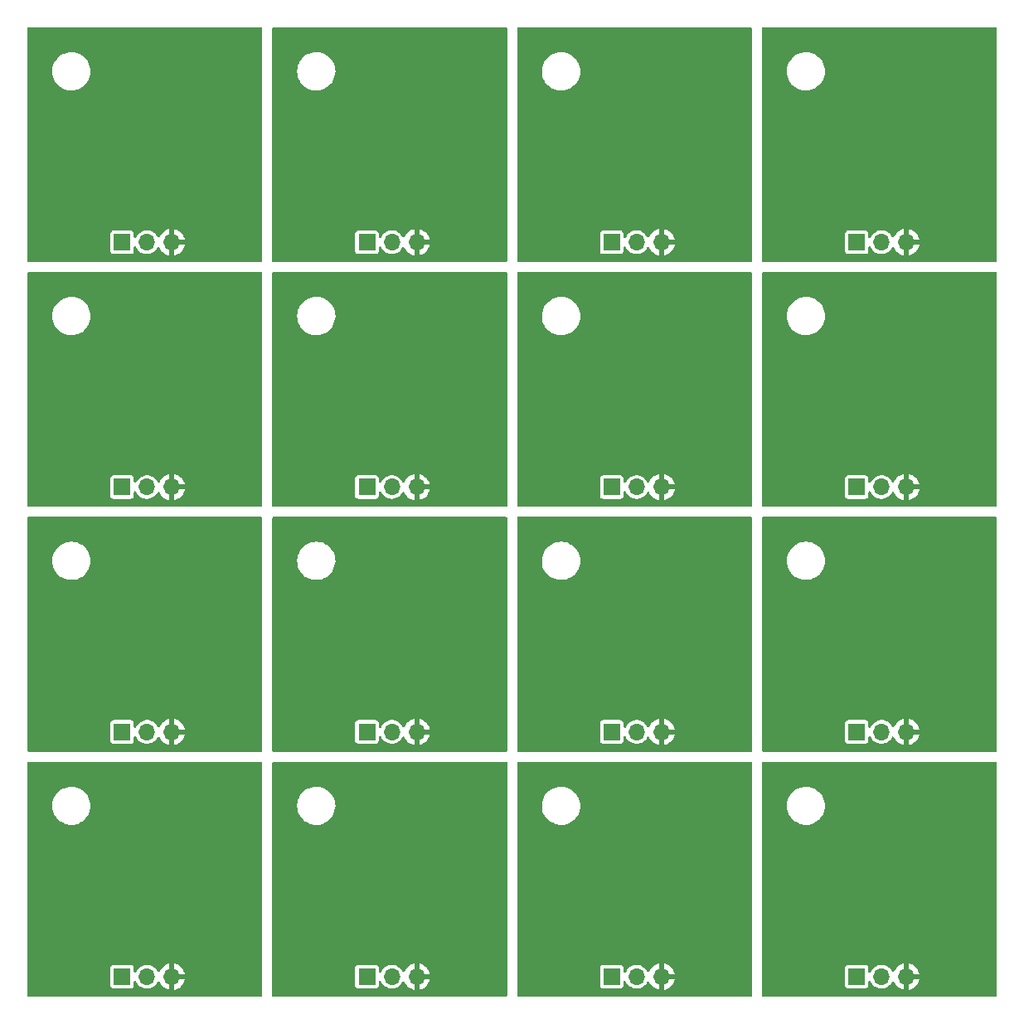
<source format=gbr>
G04 #@! TF.GenerationSoftware,KiCad,Pcbnew,(6.0.6)*
G04 #@! TF.CreationDate,2022-08-12T14:57:56+09:00*
G04 #@! TF.ProjectId,tutorial1-PNLZ,7475746f-7269-4616-9c31-2d504e4c5a2e,1*
G04 #@! TF.SameCoordinates,PX7bfa480PY7bfa480*
G04 #@! TF.FileFunction,Copper,L2,Bot*
G04 #@! TF.FilePolarity,Positive*
%FSLAX46Y46*%
G04 Gerber Fmt 4.6, Leading zero omitted, Abs format (unit mm)*
G04 Created by KiCad (PCBNEW (6.0.6)) date 2022-08-12 14:57:56*
%MOMM*%
%LPD*%
G01*
G04 APERTURE LIST*
G04 #@! TA.AperFunction,ComponentPad*
%ADD10O,1.700000X1.700000*%
G04 #@! TD*
G04 #@! TA.AperFunction,ComponentPad*
%ADD11R,1.700000X1.700000*%
G04 #@! TD*
G04 #@! TA.AperFunction,ViaPad*
%ADD12C,0.605000*%
G04 #@! TD*
G04 APERTURE END LIST*
D10*
X40255000Y-22460000D03*
X37715000Y-22460000D03*
D11*
X35175000Y-22460000D03*
D10*
X15255000Y-22460000D03*
X12715000Y-22460000D03*
D11*
X10175000Y-22460000D03*
D10*
X-9745000Y-22460000D03*
X-12285000Y-22460000D03*
D11*
X-14825000Y-22460000D03*
D10*
X-34745000Y-22460000D03*
X-37285000Y-22460000D03*
D11*
X-39825000Y-22460000D03*
D10*
X40255000Y2540000D03*
X37715000Y2540000D03*
D11*
X35175000Y2540000D03*
D10*
X15255000Y2540000D03*
X12715000Y2540000D03*
D11*
X10175000Y2540000D03*
D10*
X-9745000Y2540000D03*
X-12285000Y2540000D03*
D11*
X-14825000Y2540000D03*
D10*
X-34745000Y2540000D03*
X-37285000Y2540000D03*
D11*
X-39825000Y2540000D03*
D10*
X40255000Y27540000D03*
X37715000Y27540000D03*
D11*
X35175000Y27540000D03*
D10*
X15255000Y27540000D03*
X12715000Y27540000D03*
D11*
X10175000Y27540000D03*
D10*
X-9745000Y27540000D03*
X-12285000Y27540000D03*
D11*
X-14825000Y27540000D03*
D10*
X-34745000Y27540000D03*
X-37285000Y27540000D03*
D11*
X-39825000Y27540000D03*
D10*
X40255000Y52540000D03*
X37715000Y52540000D03*
D11*
X35175000Y52540000D03*
D10*
X15255000Y52540000D03*
X12715000Y52540000D03*
D11*
X10175000Y52540000D03*
D10*
X-9745000Y52540000D03*
X-12285000Y52540000D03*
D11*
X-14825000Y52540000D03*
D10*
X-34745000Y52540000D03*
X-37285000Y52540000D03*
D11*
X-39825000Y52540000D03*
D12*
X46590000Y-4680000D03*
X28175000Y-21190000D03*
X28175000Y-14205000D03*
X37065000Y-4680000D03*
X46590000Y-11030000D03*
X46590000Y-21190000D03*
X21590000Y-4680000D03*
X3175000Y-21190000D03*
X3175000Y-14205000D03*
X12065000Y-4680000D03*
X21590000Y-11030000D03*
X21590000Y-21190000D03*
X-3410000Y-4680000D03*
X-21825000Y-21190000D03*
X-21825000Y-14205000D03*
X-12935000Y-4680000D03*
X-3410000Y-11030000D03*
X-3410000Y-21190000D03*
X-28410000Y-4680000D03*
X-46825000Y-21190000D03*
X-46825000Y-14205000D03*
X-37935000Y-4680000D03*
X-28410000Y-11030000D03*
X-28410000Y-21190000D03*
X46590000Y20320000D03*
X28175000Y3810000D03*
X28175000Y10795000D03*
X37065000Y20320000D03*
X46590000Y13970000D03*
X46590000Y3810000D03*
X21590000Y20320000D03*
X3175000Y3810000D03*
X3175000Y10795000D03*
X12065000Y20320000D03*
X21590000Y13970000D03*
X21590000Y3810000D03*
X-3410000Y20320000D03*
X-21825000Y3810000D03*
X-21825000Y10795000D03*
X-12935000Y20320000D03*
X-3410000Y13970000D03*
X-3410000Y3810000D03*
X-28410000Y20320000D03*
X-46825000Y3810000D03*
X-46825000Y10795000D03*
X-37935000Y20320000D03*
X-28410000Y13970000D03*
X-28410000Y3810000D03*
X46590000Y45320000D03*
X28175000Y28810000D03*
X28175000Y35795000D03*
X37065000Y45320000D03*
X46590000Y38970000D03*
X46590000Y28810000D03*
X21590000Y45320000D03*
X3175000Y28810000D03*
X3175000Y35795000D03*
X12065000Y45320000D03*
X21590000Y38970000D03*
X21590000Y28810000D03*
X-3410000Y45320000D03*
X-21825000Y28810000D03*
X-21825000Y35795000D03*
X-12935000Y45320000D03*
X-3410000Y38970000D03*
X-3410000Y28810000D03*
X-28410000Y45320000D03*
X-46825000Y28810000D03*
X-46825000Y35795000D03*
X-37935000Y45320000D03*
X-28410000Y38970000D03*
X-28410000Y28810000D03*
X46590000Y70320000D03*
X28175000Y53810000D03*
X28175000Y60795000D03*
X37065000Y70320000D03*
X46590000Y63970000D03*
X46590000Y53810000D03*
X21590000Y70320000D03*
X3175000Y53810000D03*
X3175000Y60795000D03*
X12065000Y70320000D03*
X21590000Y63970000D03*
X21590000Y53810000D03*
X-3410000Y70320000D03*
X-21825000Y53810000D03*
X-21825000Y60795000D03*
X-12935000Y70320000D03*
X-3410000Y63970000D03*
X-3410000Y53810000D03*
X-46825000Y60795000D03*
X-28410000Y70320000D03*
X-28410000Y53810000D03*
X-28410000Y63970000D03*
X-46825000Y53810000D03*
X-37935000Y70320000D03*
G04 #@! TA.AperFunction,Conductor*
G36*
X-25557879Y74479998D02*
G01*
X-25511386Y74426342D01*
X-25500000Y74374000D01*
X-25500000Y50626000D01*
X-25520002Y50557879D01*
X-25573658Y50511386D01*
X-25626000Y50500000D01*
X-49374000Y50500000D01*
X-49442121Y50520002D01*
X-49488614Y50573658D01*
X-49500000Y50626000D01*
X-49500000Y51656782D01*
X-41025500Y51656782D01*
X-41024830Y51652232D01*
X-41024830Y51652229D01*
X-41016784Y51597574D01*
X-41015358Y51587888D01*
X-40963932Y51483145D01*
X-40881350Y51400707D01*
X-40871994Y51396134D01*
X-40871993Y51396133D01*
X-40839540Y51380270D01*
X-40776518Y51349464D01*
X-40752403Y51345946D01*
X-40712744Y51340160D01*
X-40712740Y51340160D01*
X-40708218Y51339500D01*
X-38941782Y51339500D01*
X-38937232Y51340170D01*
X-38937229Y51340170D01*
X-38882574Y51348216D01*
X-38882573Y51348216D01*
X-38872888Y51349642D01*
X-38778196Y51396133D01*
X-38777493Y51396478D01*
X-38777491Y51396479D01*
X-38768145Y51401068D01*
X-38685707Y51483650D01*
X-38679568Y51496208D01*
X-38655035Y51546398D01*
X-38634464Y51588482D01*
X-38624500Y51656782D01*
X-38624500Y52003638D01*
X-38604498Y52071759D01*
X-38550842Y52118252D01*
X-38480568Y52128356D01*
X-38415988Y52098862D01*
X-38384074Y52056389D01*
X-38329117Y51937179D01*
X-38201778Y51756998D01*
X-38043736Y51603039D01*
X-38038940Y51599834D01*
X-38038937Y51599832D01*
X-37954739Y51543573D01*
X-37860283Y51480460D01*
X-37854980Y51478182D01*
X-37854977Y51478180D01*
X-37691779Y51408065D01*
X-37657564Y51393365D01*
X-37577912Y51375342D01*
X-37448005Y51345946D01*
X-37447999Y51345945D01*
X-37442368Y51344671D01*
X-37436597Y51344444D01*
X-37436595Y51344444D01*
X-37368789Y51341780D01*
X-37221902Y51336009D01*
X-37099476Y51353760D01*
X-37009262Y51366840D01*
X-37009257Y51366841D01*
X-37003548Y51367669D01*
X-36998084Y51369524D01*
X-36998079Y51369525D01*
X-36800093Y51436732D01*
X-36800088Y51436734D01*
X-36794621Y51438590D01*
X-36602116Y51546398D01*
X-36582013Y51563117D01*
X-36436914Y51683796D01*
X-36432482Y51687482D01*
X-36291398Y51857116D01*
X-36211980Y51998927D01*
X-36161246Y52048586D01*
X-36091714Y52062934D01*
X-36025463Y52037412D01*
X-35985305Y51984762D01*
X-35963230Y51930397D01*
X-35958587Y51921206D01*
X-35847306Y51739612D01*
X-35841223Y51731301D01*
X-35701787Y51570333D01*
X-35694420Y51563117D01*
X-35530566Y51427084D01*
X-35522119Y51421169D01*
X-35338244Y51313721D01*
X-35328958Y51309271D01*
X-35129999Y51233297D01*
X-35120101Y51230421D01*
X-35016750Y51209394D01*
X-35002701Y51210590D01*
X-34999000Y51220935D01*
X-34999000Y51221483D01*
X-34491000Y51221483D01*
X-34486936Y51207641D01*
X-34473522Y51205607D01*
X-34466816Y51206466D01*
X-34456738Y51208608D01*
X-34252745Y51269809D01*
X-34243158Y51273567D01*
X-34051905Y51367261D01*
X-34043055Y51372536D01*
X-33869672Y51496208D01*
X-33861800Y51502861D01*
X-33710948Y51653188D01*
X-33704270Y51661035D01*
X-33579997Y51833980D01*
X-33574687Y51842817D01*
X-33480330Y52033733D01*
X-33476531Y52043328D01*
X-33414623Y52247090D01*
X-33412445Y52257163D01*
X-33411014Y52268038D01*
X-33413225Y52282222D01*
X-33426383Y52286000D01*
X-34472885Y52286000D01*
X-34488124Y52281525D01*
X-34489329Y52280135D01*
X-34491000Y52272452D01*
X-34491000Y51221483D01*
X-34999000Y51221483D01*
X-34999000Y52812115D01*
X-34491000Y52812115D01*
X-34486525Y52796876D01*
X-34485135Y52795671D01*
X-34477452Y52794000D01*
X-33426656Y52794000D01*
X-33413125Y52797973D01*
X-33411820Y52807053D01*
X-33453786Y52974125D01*
X-33457106Y52983876D01*
X-33542028Y53179186D01*
X-33546895Y53188261D01*
X-33662574Y53367074D01*
X-33668864Y53375243D01*
X-33812194Y53532760D01*
X-33819727Y53539785D01*
X-33986861Y53671778D01*
X-33995448Y53677483D01*
X-34181883Y53780401D01*
X-34191295Y53784631D01*
X-34392041Y53855720D01*
X-34402012Y53858354D01*
X-34473163Y53871028D01*
X-34486460Y53869568D01*
X-34491000Y53855011D01*
X-34491000Y52812115D01*
X-34999000Y52812115D01*
X-34999000Y53856898D01*
X-35002918Y53870242D01*
X-35017194Y53872229D01*
X-35055676Y53866340D01*
X-35065712Y53863949D01*
X-35268132Y53797788D01*
X-35277641Y53793791D01*
X-35466537Y53695458D01*
X-35475262Y53689964D01*
X-35645567Y53562095D01*
X-35653274Y53555252D01*
X-35800410Y53401283D01*
X-35806896Y53393273D01*
X-35926902Y53217351D01*
X-35932000Y53208377D01*
X-35987934Y53087878D01*
X-36034758Y53034511D01*
X-36103002Y53014930D01*
X-36170997Y53035354D01*
X-36215227Y53085199D01*
X-36235676Y53126665D01*
X-36254465Y53164767D01*
X-36254468Y53164771D01*
X-36257020Y53169947D01*
X-36389033Y53346733D01*
X-36486414Y53436751D01*
X-36546811Y53492582D01*
X-36546814Y53492584D01*
X-36551051Y53496501D01*
X-36737650Y53614236D01*
X-36942579Y53695994D01*
X-36948239Y53697120D01*
X-36948243Y53697121D01*
X-37153309Y53737911D01*
X-37153312Y53737911D01*
X-37158976Y53739038D01*
X-37164751Y53739114D01*
X-37164755Y53739114D01*
X-37275496Y53740563D01*
X-37379594Y53741926D01*
X-37385291Y53740947D01*
X-37385292Y53740947D01*
X-37591346Y53705541D01*
X-37591347Y53705541D01*
X-37597043Y53704562D01*
X-37804043Y53628196D01*
X-37809004Y53625244D01*
X-37809005Y53625244D01*
X-37926650Y53555252D01*
X-37993659Y53515386D01*
X-38159543Y53369910D01*
X-38296137Y53196640D01*
X-38312906Y53164767D01*
X-38386992Y53023954D01*
X-38436411Y52972982D01*
X-38505544Y52956819D01*
X-38572440Y52980598D01*
X-38615860Y53036769D01*
X-38624500Y53082622D01*
X-38624500Y53423218D01*
X-38633129Y53481838D01*
X-38633216Y53482426D01*
X-38633216Y53482427D01*
X-38634642Y53492112D01*
X-38686068Y53596855D01*
X-38768650Y53679293D01*
X-38790480Y53689964D01*
X-38822348Y53705541D01*
X-38873482Y53730536D01*
X-38903973Y53734984D01*
X-38937256Y53739840D01*
X-38937260Y53739840D01*
X-38941782Y53740500D01*
X-40708218Y53740500D01*
X-40712768Y53739830D01*
X-40712771Y53739830D01*
X-40767426Y53731784D01*
X-40767427Y53731784D01*
X-40777112Y53730358D01*
X-40827008Y53705860D01*
X-40872507Y53683522D01*
X-40872509Y53683521D01*
X-40881855Y53678932D01*
X-40964293Y53596350D01*
X-41015536Y53491518D01*
X-41025500Y53423218D01*
X-41025500Y51656782D01*
X-49500000Y51656782D01*
X-49500000Y70030715D01*
X-46955241Y70030715D01*
X-46954997Y70026280D01*
X-46954997Y70026276D01*
X-46951616Y69964853D01*
X-46940062Y69754913D01*
X-46886175Y69484001D01*
X-46794653Y69223384D01*
X-46667322Y68978263D01*
X-46664739Y68974648D01*
X-46664735Y68974642D01*
X-46627728Y68922856D01*
X-46506725Y68753529D01*
X-46316064Y68553665D01*
X-46312569Y68550909D01*
X-46312567Y68550908D01*
X-46264531Y68513040D01*
X-46099144Y68382659D01*
X-46037441Y68346819D01*
X-45864147Y68246161D01*
X-45864141Y68246158D01*
X-45860293Y68243923D01*
X-45604277Y68140226D01*
X-45599964Y68139155D01*
X-45599959Y68139153D01*
X-45340525Y68074709D01*
X-45340520Y68074708D01*
X-45336204Y68073636D01*
X-45331776Y68073182D01*
X-45331774Y68073182D01*
X-45256661Y68065486D01*
X-45100630Y68049500D01*
X-44929638Y68049500D01*
X-44724470Y68064027D01*
X-44720115Y68064965D01*
X-44720112Y68064965D01*
X-44458785Y68121227D01*
X-44458783Y68121227D01*
X-44454438Y68122163D01*
X-44195291Y68217767D01*
X-44146815Y68243923D01*
X-43956116Y68346819D01*
X-43952200Y68348932D01*
X-43730016Y68513040D01*
X-43533171Y68706817D01*
X-43365594Y68926396D01*
X-43230627Y69167396D01*
X-43130964Y69425009D01*
X-43068593Y69694095D01*
X-43044759Y69969285D01*
X-43045003Y69973724D01*
X-43059693Y70240644D01*
X-43059694Y70240651D01*
X-43059938Y70245087D01*
X-43113825Y70515999D01*
X-43205347Y70776616D01*
X-43332678Y71021737D01*
X-43335261Y71025352D01*
X-43335265Y71025358D01*
X-43490687Y71242850D01*
X-43490690Y71242854D01*
X-43493275Y71246471D01*
X-43683936Y71446335D01*
X-43687433Y71449092D01*
X-43897361Y71614586D01*
X-43897363Y71614587D01*
X-43900856Y71617341D01*
X-44013391Y71682706D01*
X-44135853Y71753839D01*
X-44135859Y71753842D01*
X-44139707Y71756077D01*
X-44395723Y71859774D01*
X-44400036Y71860845D01*
X-44400041Y71860847D01*
X-44659475Y71925291D01*
X-44659480Y71925292D01*
X-44663796Y71926364D01*
X-44668224Y71926818D01*
X-44668226Y71926818D01*
X-44748427Y71935035D01*
X-44899370Y71950500D01*
X-45070362Y71950500D01*
X-45275530Y71935973D01*
X-45279885Y71935035D01*
X-45279888Y71935035D01*
X-45541215Y71878773D01*
X-45541217Y71878773D01*
X-45545562Y71877837D01*
X-45804709Y71782233D01*
X-45808627Y71780119D01*
X-45857332Y71753839D01*
X-46047800Y71651068D01*
X-46269984Y71486960D01*
X-46466829Y71293183D01*
X-46634406Y71073604D01*
X-46769373Y70832604D01*
X-46869036Y70574991D01*
X-46931407Y70305905D01*
X-46955241Y70030715D01*
X-49500000Y70030715D01*
X-49500000Y74374000D01*
X-49479998Y74442121D01*
X-49426342Y74488614D01*
X-49374000Y74500000D01*
X-25626000Y74500000D01*
X-25557879Y74479998D01*
G37*
G04 #@! TD.AperFunction*
G04 #@! TA.AperFunction,Conductor*
G36*
X-557879Y74479998D02*
G01*
X-511386Y74426342D01*
X-500000Y74374000D01*
X-500000Y50626000D01*
X-520002Y50557879D01*
X-573658Y50511386D01*
X-626000Y50500000D01*
X-24374000Y50500000D01*
X-24442121Y50520002D01*
X-24488614Y50573658D01*
X-24500000Y50626000D01*
X-24500000Y51656782D01*
X-16025500Y51656782D01*
X-16024830Y51652232D01*
X-16024830Y51652229D01*
X-16016784Y51597574D01*
X-16015358Y51587888D01*
X-15963932Y51483145D01*
X-15881350Y51400707D01*
X-15871994Y51396134D01*
X-15871993Y51396133D01*
X-15839540Y51380270D01*
X-15776518Y51349464D01*
X-15752403Y51345946D01*
X-15712744Y51340160D01*
X-15712740Y51340160D01*
X-15708218Y51339500D01*
X-13941782Y51339500D01*
X-13937232Y51340170D01*
X-13937229Y51340170D01*
X-13882574Y51348216D01*
X-13882573Y51348216D01*
X-13872888Y51349642D01*
X-13778196Y51396133D01*
X-13777493Y51396478D01*
X-13777491Y51396479D01*
X-13768145Y51401068D01*
X-13685707Y51483650D01*
X-13679568Y51496208D01*
X-13655035Y51546398D01*
X-13634464Y51588482D01*
X-13624500Y51656782D01*
X-13624500Y52003638D01*
X-13604498Y52071759D01*
X-13550842Y52118252D01*
X-13480568Y52128356D01*
X-13415988Y52098862D01*
X-13384074Y52056389D01*
X-13329117Y51937179D01*
X-13201778Y51756998D01*
X-13043736Y51603039D01*
X-13038940Y51599834D01*
X-13038937Y51599832D01*
X-12954739Y51543573D01*
X-12860283Y51480460D01*
X-12854980Y51478182D01*
X-12854977Y51478180D01*
X-12691779Y51408065D01*
X-12657564Y51393365D01*
X-12577912Y51375342D01*
X-12448005Y51345946D01*
X-12447999Y51345945D01*
X-12442368Y51344671D01*
X-12436597Y51344444D01*
X-12436595Y51344444D01*
X-12368789Y51341780D01*
X-12221902Y51336009D01*
X-12099476Y51353760D01*
X-12009262Y51366840D01*
X-12009257Y51366841D01*
X-12003548Y51367669D01*
X-11998084Y51369524D01*
X-11998079Y51369525D01*
X-11800093Y51436732D01*
X-11800088Y51436734D01*
X-11794621Y51438590D01*
X-11602116Y51546398D01*
X-11582013Y51563117D01*
X-11436914Y51683796D01*
X-11432482Y51687482D01*
X-11291398Y51857116D01*
X-11211980Y51998927D01*
X-11161246Y52048586D01*
X-11091714Y52062934D01*
X-11025463Y52037412D01*
X-10985305Y51984762D01*
X-10963230Y51930397D01*
X-10958587Y51921206D01*
X-10847306Y51739612D01*
X-10841223Y51731301D01*
X-10701787Y51570333D01*
X-10694420Y51563117D01*
X-10530566Y51427084D01*
X-10522119Y51421169D01*
X-10338244Y51313721D01*
X-10328958Y51309271D01*
X-10129999Y51233297D01*
X-10120101Y51230421D01*
X-10016750Y51209394D01*
X-10002701Y51210590D01*
X-9999000Y51220935D01*
X-9999000Y51221483D01*
X-9491000Y51221483D01*
X-9486936Y51207641D01*
X-9473522Y51205607D01*
X-9466816Y51206466D01*
X-9456738Y51208608D01*
X-9252745Y51269809D01*
X-9243158Y51273567D01*
X-9051905Y51367261D01*
X-9043055Y51372536D01*
X-8869672Y51496208D01*
X-8861800Y51502861D01*
X-8710948Y51653188D01*
X-8704270Y51661035D01*
X-8579997Y51833980D01*
X-8574687Y51842817D01*
X-8480330Y52033733D01*
X-8476531Y52043328D01*
X-8414623Y52247090D01*
X-8412445Y52257163D01*
X-8411014Y52268038D01*
X-8413225Y52282222D01*
X-8426383Y52286000D01*
X-9472885Y52286000D01*
X-9488124Y52281525D01*
X-9489329Y52280135D01*
X-9491000Y52272452D01*
X-9491000Y51221483D01*
X-9999000Y51221483D01*
X-9999000Y52812115D01*
X-9491000Y52812115D01*
X-9486525Y52796876D01*
X-9485135Y52795671D01*
X-9477452Y52794000D01*
X-8426656Y52794000D01*
X-8413125Y52797973D01*
X-8411820Y52807053D01*
X-8453786Y52974125D01*
X-8457106Y52983876D01*
X-8542028Y53179186D01*
X-8546895Y53188261D01*
X-8662574Y53367074D01*
X-8668864Y53375243D01*
X-8812194Y53532760D01*
X-8819727Y53539785D01*
X-8986861Y53671778D01*
X-8995448Y53677483D01*
X-9181883Y53780401D01*
X-9191295Y53784631D01*
X-9392041Y53855720D01*
X-9402012Y53858354D01*
X-9473163Y53871028D01*
X-9486460Y53869568D01*
X-9491000Y53855011D01*
X-9491000Y52812115D01*
X-9999000Y52812115D01*
X-9999000Y53856898D01*
X-10002918Y53870242D01*
X-10017194Y53872229D01*
X-10055676Y53866340D01*
X-10065712Y53863949D01*
X-10268132Y53797788D01*
X-10277641Y53793791D01*
X-10466537Y53695458D01*
X-10475262Y53689964D01*
X-10645567Y53562095D01*
X-10653274Y53555252D01*
X-10800410Y53401283D01*
X-10806896Y53393273D01*
X-10926902Y53217351D01*
X-10932000Y53208377D01*
X-10987934Y53087878D01*
X-11034758Y53034511D01*
X-11103002Y53014930D01*
X-11170997Y53035354D01*
X-11215227Y53085199D01*
X-11235676Y53126665D01*
X-11254465Y53164767D01*
X-11254468Y53164771D01*
X-11257020Y53169947D01*
X-11389033Y53346733D01*
X-11486414Y53436751D01*
X-11546811Y53492582D01*
X-11546814Y53492584D01*
X-11551051Y53496501D01*
X-11737650Y53614236D01*
X-11942579Y53695994D01*
X-11948239Y53697120D01*
X-11948243Y53697121D01*
X-12153309Y53737911D01*
X-12153312Y53737911D01*
X-12158976Y53739038D01*
X-12164751Y53739114D01*
X-12164755Y53739114D01*
X-12275496Y53740563D01*
X-12379594Y53741926D01*
X-12385291Y53740947D01*
X-12385292Y53740947D01*
X-12591346Y53705541D01*
X-12591347Y53705541D01*
X-12597043Y53704562D01*
X-12804043Y53628196D01*
X-12809004Y53625244D01*
X-12809005Y53625244D01*
X-12926650Y53555252D01*
X-12993659Y53515386D01*
X-13159543Y53369910D01*
X-13296137Y53196640D01*
X-13312906Y53164767D01*
X-13386992Y53023954D01*
X-13436411Y52972982D01*
X-13505544Y52956819D01*
X-13572440Y52980598D01*
X-13615860Y53036769D01*
X-13624500Y53082622D01*
X-13624500Y53423218D01*
X-13633129Y53481838D01*
X-13633216Y53482426D01*
X-13633216Y53482427D01*
X-13634642Y53492112D01*
X-13686068Y53596855D01*
X-13768650Y53679293D01*
X-13790480Y53689964D01*
X-13822348Y53705541D01*
X-13873482Y53730536D01*
X-13903973Y53734984D01*
X-13937256Y53739840D01*
X-13937260Y53739840D01*
X-13941782Y53740500D01*
X-15708218Y53740500D01*
X-15712768Y53739830D01*
X-15712771Y53739830D01*
X-15767426Y53731784D01*
X-15767427Y53731784D01*
X-15777112Y53730358D01*
X-15827008Y53705860D01*
X-15872507Y53683522D01*
X-15872509Y53683521D01*
X-15881855Y53678932D01*
X-15964293Y53596350D01*
X-16015536Y53491518D01*
X-16025500Y53423218D01*
X-16025500Y51656782D01*
X-24500000Y51656782D01*
X-24500000Y70030715D01*
X-21955241Y70030715D01*
X-21954997Y70026280D01*
X-21954997Y70026276D01*
X-21951616Y69964853D01*
X-21940062Y69754913D01*
X-21886175Y69484001D01*
X-21794653Y69223384D01*
X-21667322Y68978263D01*
X-21664739Y68974648D01*
X-21664735Y68974642D01*
X-21627728Y68922856D01*
X-21506725Y68753529D01*
X-21316064Y68553665D01*
X-21312569Y68550909D01*
X-21312567Y68550908D01*
X-21264531Y68513040D01*
X-21099144Y68382659D01*
X-21037441Y68346819D01*
X-20864147Y68246161D01*
X-20864141Y68246158D01*
X-20860293Y68243923D01*
X-20604277Y68140226D01*
X-20599964Y68139155D01*
X-20599959Y68139153D01*
X-20340525Y68074709D01*
X-20340520Y68074708D01*
X-20336204Y68073636D01*
X-20331776Y68073182D01*
X-20331774Y68073182D01*
X-20256661Y68065486D01*
X-20100630Y68049500D01*
X-19929638Y68049500D01*
X-19724470Y68064027D01*
X-19720115Y68064965D01*
X-19720112Y68064965D01*
X-19458785Y68121227D01*
X-19458783Y68121227D01*
X-19454438Y68122163D01*
X-19195291Y68217767D01*
X-19146815Y68243923D01*
X-18956116Y68346819D01*
X-18952200Y68348932D01*
X-18730016Y68513040D01*
X-18533171Y68706817D01*
X-18365594Y68926396D01*
X-18230627Y69167396D01*
X-18130964Y69425009D01*
X-18068593Y69694095D01*
X-18044759Y69969285D01*
X-18045003Y69973724D01*
X-18059693Y70240644D01*
X-18059694Y70240651D01*
X-18059938Y70245087D01*
X-18113825Y70515999D01*
X-18205347Y70776616D01*
X-18332678Y71021737D01*
X-18335261Y71025352D01*
X-18335265Y71025358D01*
X-18490687Y71242850D01*
X-18490690Y71242854D01*
X-18493275Y71246471D01*
X-18683936Y71446335D01*
X-18687433Y71449092D01*
X-18897361Y71614586D01*
X-18897363Y71614587D01*
X-18900856Y71617341D01*
X-19013391Y71682706D01*
X-19135853Y71753839D01*
X-19135859Y71753842D01*
X-19139707Y71756077D01*
X-19395723Y71859774D01*
X-19400036Y71860845D01*
X-19400041Y71860847D01*
X-19659475Y71925291D01*
X-19659480Y71925292D01*
X-19663796Y71926364D01*
X-19668224Y71926818D01*
X-19668226Y71926818D01*
X-19748427Y71935035D01*
X-19899370Y71950500D01*
X-20070362Y71950500D01*
X-20275530Y71935973D01*
X-20279885Y71935035D01*
X-20279888Y71935035D01*
X-20541215Y71878773D01*
X-20541217Y71878773D01*
X-20545562Y71877837D01*
X-20804709Y71782233D01*
X-20808627Y71780119D01*
X-20857332Y71753839D01*
X-21047800Y71651068D01*
X-21269984Y71486960D01*
X-21466829Y71293183D01*
X-21634406Y71073604D01*
X-21769373Y70832604D01*
X-21869036Y70574991D01*
X-21931407Y70305905D01*
X-21955241Y70030715D01*
X-24500000Y70030715D01*
X-24500000Y74374000D01*
X-24479998Y74442121D01*
X-24426342Y74488614D01*
X-24374000Y74500000D01*
X-626000Y74500000D01*
X-557879Y74479998D01*
G37*
G04 #@! TD.AperFunction*
G04 #@! TA.AperFunction,Conductor*
G36*
X24442121Y74479998D02*
G01*
X24488614Y74426342D01*
X24500000Y74374000D01*
X24500000Y50626000D01*
X24479998Y50557879D01*
X24426342Y50511386D01*
X24374000Y50500000D01*
X626000Y50500000D01*
X557879Y50520002D01*
X511386Y50573658D01*
X500000Y50626000D01*
X500000Y51656782D01*
X8974500Y51656782D01*
X8975170Y51652232D01*
X8975170Y51652229D01*
X8983216Y51597574D01*
X8984642Y51587888D01*
X9036068Y51483145D01*
X9118650Y51400707D01*
X9128006Y51396134D01*
X9128007Y51396133D01*
X9160460Y51380270D01*
X9223482Y51349464D01*
X9247597Y51345946D01*
X9287256Y51340160D01*
X9287260Y51340160D01*
X9291782Y51339500D01*
X11058218Y51339500D01*
X11062768Y51340170D01*
X11062771Y51340170D01*
X11117426Y51348216D01*
X11117427Y51348216D01*
X11127112Y51349642D01*
X11221804Y51396133D01*
X11222507Y51396478D01*
X11222509Y51396479D01*
X11231855Y51401068D01*
X11314293Y51483650D01*
X11320432Y51496208D01*
X11344965Y51546398D01*
X11365536Y51588482D01*
X11375500Y51656782D01*
X11375500Y52003638D01*
X11395502Y52071759D01*
X11449158Y52118252D01*
X11519432Y52128356D01*
X11584012Y52098862D01*
X11615926Y52056389D01*
X11670883Y51937179D01*
X11798222Y51756998D01*
X11956264Y51603039D01*
X11961060Y51599834D01*
X11961063Y51599832D01*
X12045261Y51543573D01*
X12139717Y51480460D01*
X12145020Y51478182D01*
X12145023Y51478180D01*
X12308221Y51408065D01*
X12342436Y51393365D01*
X12422088Y51375342D01*
X12551995Y51345946D01*
X12552001Y51345945D01*
X12557632Y51344671D01*
X12563403Y51344444D01*
X12563405Y51344444D01*
X12631211Y51341780D01*
X12778098Y51336009D01*
X12900524Y51353760D01*
X12990738Y51366840D01*
X12990743Y51366841D01*
X12996452Y51367669D01*
X13001916Y51369524D01*
X13001921Y51369525D01*
X13199907Y51436732D01*
X13199912Y51436734D01*
X13205379Y51438590D01*
X13397884Y51546398D01*
X13417987Y51563117D01*
X13563086Y51683796D01*
X13567518Y51687482D01*
X13708602Y51857116D01*
X13788020Y51998927D01*
X13838754Y52048586D01*
X13908286Y52062934D01*
X13974537Y52037412D01*
X14014695Y51984762D01*
X14036770Y51930397D01*
X14041413Y51921206D01*
X14152694Y51739612D01*
X14158777Y51731301D01*
X14298213Y51570333D01*
X14305580Y51563117D01*
X14469434Y51427084D01*
X14477881Y51421169D01*
X14661756Y51313721D01*
X14671042Y51309271D01*
X14870001Y51233297D01*
X14879899Y51230421D01*
X14983250Y51209394D01*
X14997299Y51210590D01*
X15001000Y51220935D01*
X15001000Y51221483D01*
X15509000Y51221483D01*
X15513064Y51207641D01*
X15526478Y51205607D01*
X15533184Y51206466D01*
X15543262Y51208608D01*
X15747255Y51269809D01*
X15756842Y51273567D01*
X15948095Y51367261D01*
X15956945Y51372536D01*
X16130328Y51496208D01*
X16138200Y51502861D01*
X16289052Y51653188D01*
X16295730Y51661035D01*
X16420003Y51833980D01*
X16425313Y51842817D01*
X16519670Y52033733D01*
X16523469Y52043328D01*
X16585377Y52247090D01*
X16587555Y52257163D01*
X16588986Y52268038D01*
X16586775Y52282222D01*
X16573617Y52286000D01*
X15527115Y52286000D01*
X15511876Y52281525D01*
X15510671Y52280135D01*
X15509000Y52272452D01*
X15509000Y51221483D01*
X15001000Y51221483D01*
X15001000Y52812115D01*
X15509000Y52812115D01*
X15513475Y52796876D01*
X15514865Y52795671D01*
X15522548Y52794000D01*
X16573344Y52794000D01*
X16586875Y52797973D01*
X16588180Y52807053D01*
X16546214Y52974125D01*
X16542894Y52983876D01*
X16457972Y53179186D01*
X16453105Y53188261D01*
X16337426Y53367074D01*
X16331136Y53375243D01*
X16187806Y53532760D01*
X16180273Y53539785D01*
X16013139Y53671778D01*
X16004552Y53677483D01*
X15818117Y53780401D01*
X15808705Y53784631D01*
X15607959Y53855720D01*
X15597988Y53858354D01*
X15526837Y53871028D01*
X15513540Y53869568D01*
X15509000Y53855011D01*
X15509000Y52812115D01*
X15001000Y52812115D01*
X15001000Y53856898D01*
X14997082Y53870242D01*
X14982806Y53872229D01*
X14944324Y53866340D01*
X14934288Y53863949D01*
X14731868Y53797788D01*
X14722359Y53793791D01*
X14533463Y53695458D01*
X14524738Y53689964D01*
X14354433Y53562095D01*
X14346726Y53555252D01*
X14199590Y53401283D01*
X14193104Y53393273D01*
X14073098Y53217351D01*
X14068000Y53208377D01*
X14012066Y53087878D01*
X13965242Y53034511D01*
X13896998Y53014930D01*
X13829003Y53035354D01*
X13784773Y53085199D01*
X13764324Y53126665D01*
X13745535Y53164767D01*
X13745532Y53164771D01*
X13742980Y53169947D01*
X13610967Y53346733D01*
X13513586Y53436751D01*
X13453189Y53492582D01*
X13453186Y53492584D01*
X13448949Y53496501D01*
X13262350Y53614236D01*
X13057421Y53695994D01*
X13051761Y53697120D01*
X13051757Y53697121D01*
X12846691Y53737911D01*
X12846688Y53737911D01*
X12841024Y53739038D01*
X12835249Y53739114D01*
X12835245Y53739114D01*
X12724504Y53740563D01*
X12620406Y53741926D01*
X12614709Y53740947D01*
X12614708Y53740947D01*
X12408654Y53705541D01*
X12408653Y53705541D01*
X12402957Y53704562D01*
X12195957Y53628196D01*
X12190996Y53625244D01*
X12190995Y53625244D01*
X12073350Y53555252D01*
X12006341Y53515386D01*
X11840457Y53369910D01*
X11703863Y53196640D01*
X11687094Y53164767D01*
X11613008Y53023954D01*
X11563589Y52972982D01*
X11494456Y52956819D01*
X11427560Y52980598D01*
X11384140Y53036769D01*
X11375500Y53082622D01*
X11375500Y53423218D01*
X11366871Y53481838D01*
X11366784Y53482426D01*
X11366784Y53482427D01*
X11365358Y53492112D01*
X11313932Y53596855D01*
X11231350Y53679293D01*
X11209520Y53689964D01*
X11177652Y53705541D01*
X11126518Y53730536D01*
X11096027Y53734984D01*
X11062744Y53739840D01*
X11062740Y53739840D01*
X11058218Y53740500D01*
X9291782Y53740500D01*
X9287232Y53739830D01*
X9287229Y53739830D01*
X9232574Y53731784D01*
X9232573Y53731784D01*
X9222888Y53730358D01*
X9172992Y53705860D01*
X9127493Y53683522D01*
X9127491Y53683521D01*
X9118145Y53678932D01*
X9035707Y53596350D01*
X8984464Y53491518D01*
X8974500Y53423218D01*
X8974500Y51656782D01*
X500000Y51656782D01*
X500000Y70030715D01*
X3044759Y70030715D01*
X3045003Y70026280D01*
X3045003Y70026276D01*
X3048384Y69964853D01*
X3059938Y69754913D01*
X3113825Y69484001D01*
X3205347Y69223384D01*
X3332678Y68978263D01*
X3335261Y68974648D01*
X3335265Y68974642D01*
X3372272Y68922856D01*
X3493275Y68753529D01*
X3683936Y68553665D01*
X3687431Y68550909D01*
X3687433Y68550908D01*
X3735469Y68513040D01*
X3900856Y68382659D01*
X3962559Y68346819D01*
X4135853Y68246161D01*
X4135859Y68246158D01*
X4139707Y68243923D01*
X4395723Y68140226D01*
X4400036Y68139155D01*
X4400041Y68139153D01*
X4659475Y68074709D01*
X4659480Y68074708D01*
X4663796Y68073636D01*
X4668224Y68073182D01*
X4668226Y68073182D01*
X4743339Y68065486D01*
X4899370Y68049500D01*
X5070362Y68049500D01*
X5275530Y68064027D01*
X5279885Y68064965D01*
X5279888Y68064965D01*
X5541215Y68121227D01*
X5541217Y68121227D01*
X5545562Y68122163D01*
X5804709Y68217767D01*
X5853185Y68243923D01*
X6043884Y68346819D01*
X6047800Y68348932D01*
X6269984Y68513040D01*
X6466829Y68706817D01*
X6634406Y68926396D01*
X6769373Y69167396D01*
X6869036Y69425009D01*
X6931407Y69694095D01*
X6955241Y69969285D01*
X6954997Y69973724D01*
X6940307Y70240644D01*
X6940306Y70240651D01*
X6940062Y70245087D01*
X6886175Y70515999D01*
X6794653Y70776616D01*
X6667322Y71021737D01*
X6664739Y71025352D01*
X6664735Y71025358D01*
X6509313Y71242850D01*
X6509310Y71242854D01*
X6506725Y71246471D01*
X6316064Y71446335D01*
X6312567Y71449092D01*
X6102639Y71614586D01*
X6102637Y71614587D01*
X6099144Y71617341D01*
X5986609Y71682706D01*
X5864147Y71753839D01*
X5864141Y71753842D01*
X5860293Y71756077D01*
X5604277Y71859774D01*
X5599964Y71860845D01*
X5599959Y71860847D01*
X5340525Y71925291D01*
X5340520Y71925292D01*
X5336204Y71926364D01*
X5331776Y71926818D01*
X5331774Y71926818D01*
X5251573Y71935035D01*
X5100630Y71950500D01*
X4929638Y71950500D01*
X4724470Y71935973D01*
X4720115Y71935035D01*
X4720112Y71935035D01*
X4458785Y71878773D01*
X4458783Y71878773D01*
X4454438Y71877837D01*
X4195291Y71782233D01*
X4191373Y71780119D01*
X4142668Y71753839D01*
X3952200Y71651068D01*
X3730016Y71486960D01*
X3533171Y71293183D01*
X3365594Y71073604D01*
X3230627Y70832604D01*
X3130964Y70574991D01*
X3068593Y70305905D01*
X3044759Y70030715D01*
X500000Y70030715D01*
X500000Y74374000D01*
X520002Y74442121D01*
X573658Y74488614D01*
X626000Y74500000D01*
X24374000Y74500000D01*
X24442121Y74479998D01*
G37*
G04 #@! TD.AperFunction*
G04 #@! TA.AperFunction,Conductor*
G36*
X49442121Y74479998D02*
G01*
X49488614Y74426342D01*
X49500000Y74374000D01*
X49500000Y50626000D01*
X49479998Y50557879D01*
X49426342Y50511386D01*
X49374000Y50500000D01*
X25626000Y50500000D01*
X25557879Y50520002D01*
X25511386Y50573658D01*
X25500000Y50626000D01*
X25500000Y51656782D01*
X33974500Y51656782D01*
X33975170Y51652232D01*
X33975170Y51652229D01*
X33983216Y51597574D01*
X33984642Y51587888D01*
X34036068Y51483145D01*
X34118650Y51400707D01*
X34128006Y51396134D01*
X34128007Y51396133D01*
X34160460Y51380270D01*
X34223482Y51349464D01*
X34247597Y51345946D01*
X34287256Y51340160D01*
X34287260Y51340160D01*
X34291782Y51339500D01*
X36058218Y51339500D01*
X36062768Y51340170D01*
X36062771Y51340170D01*
X36117426Y51348216D01*
X36117427Y51348216D01*
X36127112Y51349642D01*
X36221804Y51396133D01*
X36222507Y51396478D01*
X36222509Y51396479D01*
X36231855Y51401068D01*
X36314293Y51483650D01*
X36320432Y51496208D01*
X36344965Y51546398D01*
X36365536Y51588482D01*
X36375500Y51656782D01*
X36375500Y52003638D01*
X36395502Y52071759D01*
X36449158Y52118252D01*
X36519432Y52128356D01*
X36584012Y52098862D01*
X36615926Y52056389D01*
X36670883Y51937179D01*
X36798222Y51756998D01*
X36956264Y51603039D01*
X36961060Y51599834D01*
X36961063Y51599832D01*
X37045261Y51543573D01*
X37139717Y51480460D01*
X37145020Y51478182D01*
X37145023Y51478180D01*
X37308221Y51408065D01*
X37342436Y51393365D01*
X37422088Y51375342D01*
X37551995Y51345946D01*
X37552001Y51345945D01*
X37557632Y51344671D01*
X37563403Y51344444D01*
X37563405Y51344444D01*
X37631211Y51341780D01*
X37778098Y51336009D01*
X37900524Y51353760D01*
X37990738Y51366840D01*
X37990743Y51366841D01*
X37996452Y51367669D01*
X38001916Y51369524D01*
X38001921Y51369525D01*
X38199907Y51436732D01*
X38199912Y51436734D01*
X38205379Y51438590D01*
X38397884Y51546398D01*
X38417987Y51563117D01*
X38563086Y51683796D01*
X38567518Y51687482D01*
X38708602Y51857116D01*
X38788020Y51998927D01*
X38838754Y52048586D01*
X38908286Y52062934D01*
X38974537Y52037412D01*
X39014695Y51984762D01*
X39036770Y51930397D01*
X39041413Y51921206D01*
X39152694Y51739612D01*
X39158777Y51731301D01*
X39298213Y51570333D01*
X39305580Y51563117D01*
X39469434Y51427084D01*
X39477881Y51421169D01*
X39661756Y51313721D01*
X39671042Y51309271D01*
X39870001Y51233297D01*
X39879899Y51230421D01*
X39983250Y51209394D01*
X39997299Y51210590D01*
X40001000Y51220935D01*
X40001000Y51221483D01*
X40509000Y51221483D01*
X40513064Y51207641D01*
X40526478Y51205607D01*
X40533184Y51206466D01*
X40543262Y51208608D01*
X40747255Y51269809D01*
X40756842Y51273567D01*
X40948095Y51367261D01*
X40956945Y51372536D01*
X41130328Y51496208D01*
X41138200Y51502861D01*
X41289052Y51653188D01*
X41295730Y51661035D01*
X41420003Y51833980D01*
X41425313Y51842817D01*
X41519670Y52033733D01*
X41523469Y52043328D01*
X41585377Y52247090D01*
X41587555Y52257163D01*
X41588986Y52268038D01*
X41586775Y52282222D01*
X41573617Y52286000D01*
X40527115Y52286000D01*
X40511876Y52281525D01*
X40510671Y52280135D01*
X40509000Y52272452D01*
X40509000Y51221483D01*
X40001000Y51221483D01*
X40001000Y52812115D01*
X40509000Y52812115D01*
X40513475Y52796876D01*
X40514865Y52795671D01*
X40522548Y52794000D01*
X41573344Y52794000D01*
X41586875Y52797973D01*
X41588180Y52807053D01*
X41546214Y52974125D01*
X41542894Y52983876D01*
X41457972Y53179186D01*
X41453105Y53188261D01*
X41337426Y53367074D01*
X41331136Y53375243D01*
X41187806Y53532760D01*
X41180273Y53539785D01*
X41013139Y53671778D01*
X41004552Y53677483D01*
X40818117Y53780401D01*
X40808705Y53784631D01*
X40607959Y53855720D01*
X40597988Y53858354D01*
X40526837Y53871028D01*
X40513540Y53869568D01*
X40509000Y53855011D01*
X40509000Y52812115D01*
X40001000Y52812115D01*
X40001000Y53856898D01*
X39997082Y53870242D01*
X39982806Y53872229D01*
X39944324Y53866340D01*
X39934288Y53863949D01*
X39731868Y53797788D01*
X39722359Y53793791D01*
X39533463Y53695458D01*
X39524738Y53689964D01*
X39354433Y53562095D01*
X39346726Y53555252D01*
X39199590Y53401283D01*
X39193104Y53393273D01*
X39073098Y53217351D01*
X39068000Y53208377D01*
X39012066Y53087878D01*
X38965242Y53034511D01*
X38896998Y53014930D01*
X38829003Y53035354D01*
X38784773Y53085199D01*
X38764324Y53126665D01*
X38745535Y53164767D01*
X38745532Y53164771D01*
X38742980Y53169947D01*
X38610967Y53346733D01*
X38513586Y53436751D01*
X38453189Y53492582D01*
X38453186Y53492584D01*
X38448949Y53496501D01*
X38262350Y53614236D01*
X38057421Y53695994D01*
X38051761Y53697120D01*
X38051757Y53697121D01*
X37846691Y53737911D01*
X37846688Y53737911D01*
X37841024Y53739038D01*
X37835249Y53739114D01*
X37835245Y53739114D01*
X37724504Y53740563D01*
X37620406Y53741926D01*
X37614709Y53740947D01*
X37614708Y53740947D01*
X37408654Y53705541D01*
X37408653Y53705541D01*
X37402957Y53704562D01*
X37195957Y53628196D01*
X37190996Y53625244D01*
X37190995Y53625244D01*
X37073350Y53555252D01*
X37006341Y53515386D01*
X36840457Y53369910D01*
X36703863Y53196640D01*
X36687094Y53164767D01*
X36613008Y53023954D01*
X36563589Y52972982D01*
X36494456Y52956819D01*
X36427560Y52980598D01*
X36384140Y53036769D01*
X36375500Y53082622D01*
X36375500Y53423218D01*
X36366871Y53481838D01*
X36366784Y53482426D01*
X36366784Y53482427D01*
X36365358Y53492112D01*
X36313932Y53596855D01*
X36231350Y53679293D01*
X36209520Y53689964D01*
X36177652Y53705541D01*
X36126518Y53730536D01*
X36096027Y53734984D01*
X36062744Y53739840D01*
X36062740Y53739840D01*
X36058218Y53740500D01*
X34291782Y53740500D01*
X34287232Y53739830D01*
X34287229Y53739830D01*
X34232574Y53731784D01*
X34232573Y53731784D01*
X34222888Y53730358D01*
X34172992Y53705860D01*
X34127493Y53683522D01*
X34127491Y53683521D01*
X34118145Y53678932D01*
X34035707Y53596350D01*
X33984464Y53491518D01*
X33974500Y53423218D01*
X33974500Y51656782D01*
X25500000Y51656782D01*
X25500000Y70030715D01*
X28044759Y70030715D01*
X28045003Y70026280D01*
X28045003Y70026276D01*
X28048384Y69964853D01*
X28059938Y69754913D01*
X28113825Y69484001D01*
X28205347Y69223384D01*
X28332678Y68978263D01*
X28335261Y68974648D01*
X28335265Y68974642D01*
X28372272Y68922856D01*
X28493275Y68753529D01*
X28683936Y68553665D01*
X28687431Y68550909D01*
X28687433Y68550908D01*
X28735469Y68513040D01*
X28900856Y68382659D01*
X28962559Y68346819D01*
X29135853Y68246161D01*
X29135859Y68246158D01*
X29139707Y68243923D01*
X29395723Y68140226D01*
X29400036Y68139155D01*
X29400041Y68139153D01*
X29659475Y68074709D01*
X29659480Y68074708D01*
X29663796Y68073636D01*
X29668224Y68073182D01*
X29668226Y68073182D01*
X29743339Y68065486D01*
X29899370Y68049500D01*
X30070362Y68049500D01*
X30275530Y68064027D01*
X30279885Y68064965D01*
X30279888Y68064965D01*
X30541215Y68121227D01*
X30541217Y68121227D01*
X30545562Y68122163D01*
X30804709Y68217767D01*
X30853185Y68243923D01*
X31043884Y68346819D01*
X31047800Y68348932D01*
X31269984Y68513040D01*
X31466829Y68706817D01*
X31634406Y68926396D01*
X31769373Y69167396D01*
X31869036Y69425009D01*
X31931407Y69694095D01*
X31955241Y69969285D01*
X31954997Y69973724D01*
X31940307Y70240644D01*
X31940306Y70240651D01*
X31940062Y70245087D01*
X31886175Y70515999D01*
X31794653Y70776616D01*
X31667322Y71021737D01*
X31664739Y71025352D01*
X31664735Y71025358D01*
X31509313Y71242850D01*
X31509310Y71242854D01*
X31506725Y71246471D01*
X31316064Y71446335D01*
X31312567Y71449092D01*
X31102639Y71614586D01*
X31102637Y71614587D01*
X31099144Y71617341D01*
X30986609Y71682706D01*
X30864147Y71753839D01*
X30864141Y71753842D01*
X30860293Y71756077D01*
X30604277Y71859774D01*
X30599964Y71860845D01*
X30599959Y71860847D01*
X30340525Y71925291D01*
X30340520Y71925292D01*
X30336204Y71926364D01*
X30331776Y71926818D01*
X30331774Y71926818D01*
X30251573Y71935035D01*
X30100630Y71950500D01*
X29929638Y71950500D01*
X29724470Y71935973D01*
X29720115Y71935035D01*
X29720112Y71935035D01*
X29458785Y71878773D01*
X29458783Y71878773D01*
X29454438Y71877837D01*
X29195291Y71782233D01*
X29191373Y71780119D01*
X29142668Y71753839D01*
X28952200Y71651068D01*
X28730016Y71486960D01*
X28533171Y71293183D01*
X28365594Y71073604D01*
X28230627Y70832604D01*
X28130964Y70574991D01*
X28068593Y70305905D01*
X28044759Y70030715D01*
X25500000Y70030715D01*
X25500000Y74374000D01*
X25520002Y74442121D01*
X25573658Y74488614D01*
X25626000Y74500000D01*
X49374000Y74500000D01*
X49442121Y74479998D01*
G37*
G04 #@! TD.AperFunction*
G04 #@! TA.AperFunction,Conductor*
G36*
X-25557879Y49479998D02*
G01*
X-25511386Y49426342D01*
X-25500000Y49374000D01*
X-25500000Y25626000D01*
X-25520002Y25557879D01*
X-25573658Y25511386D01*
X-25626000Y25500000D01*
X-49374000Y25500000D01*
X-49442121Y25520002D01*
X-49488614Y25573658D01*
X-49500000Y25626000D01*
X-49500000Y26656782D01*
X-41025500Y26656782D01*
X-41024830Y26652232D01*
X-41024830Y26652229D01*
X-41016784Y26597574D01*
X-41015358Y26587888D01*
X-40963932Y26483145D01*
X-40881350Y26400707D01*
X-40871994Y26396134D01*
X-40871993Y26396133D01*
X-40839540Y26380270D01*
X-40776518Y26349464D01*
X-40752403Y26345946D01*
X-40712744Y26340160D01*
X-40712740Y26340160D01*
X-40708218Y26339500D01*
X-38941782Y26339500D01*
X-38937232Y26340170D01*
X-38937229Y26340170D01*
X-38882574Y26348216D01*
X-38882573Y26348216D01*
X-38872888Y26349642D01*
X-38778196Y26396133D01*
X-38777493Y26396478D01*
X-38777491Y26396479D01*
X-38768145Y26401068D01*
X-38685707Y26483650D01*
X-38679568Y26496208D01*
X-38655035Y26546398D01*
X-38634464Y26588482D01*
X-38624500Y26656782D01*
X-38624500Y27003638D01*
X-38604498Y27071759D01*
X-38550842Y27118252D01*
X-38480568Y27128356D01*
X-38415988Y27098862D01*
X-38384074Y27056389D01*
X-38329117Y26937179D01*
X-38201778Y26756998D01*
X-38043736Y26603039D01*
X-38038940Y26599834D01*
X-38038937Y26599832D01*
X-37954739Y26543573D01*
X-37860283Y26480460D01*
X-37854980Y26478182D01*
X-37854977Y26478180D01*
X-37691779Y26408065D01*
X-37657564Y26393365D01*
X-37577912Y26375342D01*
X-37448005Y26345946D01*
X-37447999Y26345945D01*
X-37442368Y26344671D01*
X-37436597Y26344444D01*
X-37436595Y26344444D01*
X-37368789Y26341780D01*
X-37221902Y26336009D01*
X-37099476Y26353760D01*
X-37009262Y26366840D01*
X-37009257Y26366841D01*
X-37003548Y26367669D01*
X-36998084Y26369524D01*
X-36998079Y26369525D01*
X-36800093Y26436732D01*
X-36800088Y26436734D01*
X-36794621Y26438590D01*
X-36602116Y26546398D01*
X-36582013Y26563117D01*
X-36436914Y26683796D01*
X-36432482Y26687482D01*
X-36291398Y26857116D01*
X-36211980Y26998927D01*
X-36161246Y27048586D01*
X-36091714Y27062934D01*
X-36025463Y27037412D01*
X-35985305Y26984762D01*
X-35963230Y26930397D01*
X-35958587Y26921206D01*
X-35847306Y26739612D01*
X-35841223Y26731301D01*
X-35701787Y26570333D01*
X-35694420Y26563117D01*
X-35530566Y26427084D01*
X-35522119Y26421169D01*
X-35338244Y26313721D01*
X-35328958Y26309271D01*
X-35129999Y26233297D01*
X-35120101Y26230421D01*
X-35016750Y26209394D01*
X-35002701Y26210590D01*
X-34999000Y26220935D01*
X-34999000Y26221483D01*
X-34491000Y26221483D01*
X-34486936Y26207641D01*
X-34473522Y26205607D01*
X-34466816Y26206466D01*
X-34456738Y26208608D01*
X-34252745Y26269809D01*
X-34243158Y26273567D01*
X-34051905Y26367261D01*
X-34043055Y26372536D01*
X-33869672Y26496208D01*
X-33861800Y26502861D01*
X-33710948Y26653188D01*
X-33704270Y26661035D01*
X-33579997Y26833980D01*
X-33574687Y26842817D01*
X-33480330Y27033733D01*
X-33476531Y27043328D01*
X-33414623Y27247090D01*
X-33412445Y27257163D01*
X-33411014Y27268038D01*
X-33413225Y27282222D01*
X-33426383Y27286000D01*
X-34472885Y27286000D01*
X-34488124Y27281525D01*
X-34489329Y27280135D01*
X-34491000Y27272452D01*
X-34491000Y26221483D01*
X-34999000Y26221483D01*
X-34999000Y27812115D01*
X-34491000Y27812115D01*
X-34486525Y27796876D01*
X-34485135Y27795671D01*
X-34477452Y27794000D01*
X-33426656Y27794000D01*
X-33413125Y27797973D01*
X-33411820Y27807053D01*
X-33453786Y27974125D01*
X-33457106Y27983876D01*
X-33542028Y28179186D01*
X-33546895Y28188261D01*
X-33662574Y28367074D01*
X-33668864Y28375243D01*
X-33812194Y28532760D01*
X-33819727Y28539785D01*
X-33986861Y28671778D01*
X-33995448Y28677483D01*
X-34181883Y28780401D01*
X-34191295Y28784631D01*
X-34392041Y28855720D01*
X-34402012Y28858354D01*
X-34473163Y28871028D01*
X-34486460Y28869568D01*
X-34491000Y28855011D01*
X-34491000Y27812115D01*
X-34999000Y27812115D01*
X-34999000Y28856898D01*
X-35002918Y28870242D01*
X-35017194Y28872229D01*
X-35055676Y28866340D01*
X-35065712Y28863949D01*
X-35268132Y28797788D01*
X-35277641Y28793791D01*
X-35466537Y28695458D01*
X-35475262Y28689964D01*
X-35645567Y28562095D01*
X-35653274Y28555252D01*
X-35800410Y28401283D01*
X-35806896Y28393273D01*
X-35926902Y28217351D01*
X-35932000Y28208377D01*
X-35987934Y28087878D01*
X-36034758Y28034511D01*
X-36103002Y28014930D01*
X-36170997Y28035354D01*
X-36215227Y28085199D01*
X-36235676Y28126665D01*
X-36254465Y28164767D01*
X-36254468Y28164771D01*
X-36257020Y28169947D01*
X-36389033Y28346733D01*
X-36486414Y28436751D01*
X-36546811Y28492582D01*
X-36546814Y28492584D01*
X-36551051Y28496501D01*
X-36737650Y28614236D01*
X-36942579Y28695994D01*
X-36948239Y28697120D01*
X-36948243Y28697121D01*
X-37153309Y28737911D01*
X-37153312Y28737911D01*
X-37158976Y28739038D01*
X-37164751Y28739114D01*
X-37164755Y28739114D01*
X-37275496Y28740563D01*
X-37379594Y28741926D01*
X-37385291Y28740947D01*
X-37385292Y28740947D01*
X-37591346Y28705541D01*
X-37591347Y28705541D01*
X-37597043Y28704562D01*
X-37804043Y28628196D01*
X-37809004Y28625244D01*
X-37809005Y28625244D01*
X-37926650Y28555252D01*
X-37993659Y28515386D01*
X-38159543Y28369910D01*
X-38296137Y28196640D01*
X-38312906Y28164767D01*
X-38386992Y28023954D01*
X-38436411Y27972982D01*
X-38505544Y27956819D01*
X-38572440Y27980598D01*
X-38615860Y28036769D01*
X-38624500Y28082622D01*
X-38624500Y28423218D01*
X-38633129Y28481838D01*
X-38633216Y28482426D01*
X-38633216Y28482427D01*
X-38634642Y28492112D01*
X-38686068Y28596855D01*
X-38768650Y28679293D01*
X-38790480Y28689964D01*
X-38822348Y28705541D01*
X-38873482Y28730536D01*
X-38903973Y28734984D01*
X-38937256Y28739840D01*
X-38937260Y28739840D01*
X-38941782Y28740500D01*
X-40708218Y28740500D01*
X-40712768Y28739830D01*
X-40712771Y28739830D01*
X-40767426Y28731784D01*
X-40767427Y28731784D01*
X-40777112Y28730358D01*
X-40827008Y28705860D01*
X-40872507Y28683522D01*
X-40872509Y28683521D01*
X-40881855Y28678932D01*
X-40964293Y28596350D01*
X-41015536Y28491518D01*
X-41025500Y28423218D01*
X-41025500Y26656782D01*
X-49500000Y26656782D01*
X-49500000Y45030715D01*
X-46955241Y45030715D01*
X-46954997Y45026280D01*
X-46954997Y45026276D01*
X-46951616Y44964853D01*
X-46940062Y44754913D01*
X-46886175Y44484001D01*
X-46794653Y44223384D01*
X-46667322Y43978263D01*
X-46664739Y43974648D01*
X-46664735Y43974642D01*
X-46627728Y43922856D01*
X-46506725Y43753529D01*
X-46316064Y43553665D01*
X-46312569Y43550909D01*
X-46312567Y43550908D01*
X-46264531Y43513040D01*
X-46099144Y43382659D01*
X-46037441Y43346819D01*
X-45864147Y43246161D01*
X-45864141Y43246158D01*
X-45860293Y43243923D01*
X-45604277Y43140226D01*
X-45599964Y43139155D01*
X-45599959Y43139153D01*
X-45340525Y43074709D01*
X-45340520Y43074708D01*
X-45336204Y43073636D01*
X-45331776Y43073182D01*
X-45331774Y43073182D01*
X-45256661Y43065486D01*
X-45100630Y43049500D01*
X-44929638Y43049500D01*
X-44724470Y43064027D01*
X-44720115Y43064965D01*
X-44720112Y43064965D01*
X-44458785Y43121227D01*
X-44458783Y43121227D01*
X-44454438Y43122163D01*
X-44195291Y43217767D01*
X-44146815Y43243923D01*
X-43956116Y43346819D01*
X-43952200Y43348932D01*
X-43730016Y43513040D01*
X-43533171Y43706817D01*
X-43365594Y43926396D01*
X-43230627Y44167396D01*
X-43130964Y44425009D01*
X-43068593Y44694095D01*
X-43044759Y44969285D01*
X-43045003Y44973724D01*
X-43059693Y45240644D01*
X-43059694Y45240651D01*
X-43059938Y45245087D01*
X-43113825Y45515999D01*
X-43205347Y45776616D01*
X-43332678Y46021737D01*
X-43335261Y46025352D01*
X-43335265Y46025358D01*
X-43490687Y46242850D01*
X-43490690Y46242854D01*
X-43493275Y46246471D01*
X-43683936Y46446335D01*
X-43687433Y46449092D01*
X-43897361Y46614586D01*
X-43897363Y46614587D01*
X-43900856Y46617341D01*
X-44013391Y46682706D01*
X-44135853Y46753839D01*
X-44135859Y46753842D01*
X-44139707Y46756077D01*
X-44395723Y46859774D01*
X-44400036Y46860845D01*
X-44400041Y46860847D01*
X-44659475Y46925291D01*
X-44659480Y46925292D01*
X-44663796Y46926364D01*
X-44668224Y46926818D01*
X-44668226Y46926818D01*
X-44748427Y46935035D01*
X-44899370Y46950500D01*
X-45070362Y46950500D01*
X-45275530Y46935973D01*
X-45279885Y46935035D01*
X-45279888Y46935035D01*
X-45541215Y46878773D01*
X-45541217Y46878773D01*
X-45545562Y46877837D01*
X-45804709Y46782233D01*
X-45808627Y46780119D01*
X-45857332Y46753839D01*
X-46047800Y46651068D01*
X-46269984Y46486960D01*
X-46466829Y46293183D01*
X-46634406Y46073604D01*
X-46769373Y45832604D01*
X-46869036Y45574991D01*
X-46931407Y45305905D01*
X-46955241Y45030715D01*
X-49500000Y45030715D01*
X-49500000Y49374000D01*
X-49479998Y49442121D01*
X-49426342Y49488614D01*
X-49374000Y49500000D01*
X-25626000Y49500000D01*
X-25557879Y49479998D01*
G37*
G04 #@! TD.AperFunction*
G04 #@! TA.AperFunction,Conductor*
G36*
X-557879Y49479998D02*
G01*
X-511386Y49426342D01*
X-500000Y49374000D01*
X-500000Y25626000D01*
X-520002Y25557879D01*
X-573658Y25511386D01*
X-626000Y25500000D01*
X-24374000Y25500000D01*
X-24442121Y25520002D01*
X-24488614Y25573658D01*
X-24500000Y25626000D01*
X-24500000Y26656782D01*
X-16025500Y26656782D01*
X-16024830Y26652232D01*
X-16024830Y26652229D01*
X-16016784Y26597574D01*
X-16015358Y26587888D01*
X-15963932Y26483145D01*
X-15881350Y26400707D01*
X-15871994Y26396134D01*
X-15871993Y26396133D01*
X-15839540Y26380270D01*
X-15776518Y26349464D01*
X-15752403Y26345946D01*
X-15712744Y26340160D01*
X-15712740Y26340160D01*
X-15708218Y26339500D01*
X-13941782Y26339500D01*
X-13937232Y26340170D01*
X-13937229Y26340170D01*
X-13882574Y26348216D01*
X-13882573Y26348216D01*
X-13872888Y26349642D01*
X-13778196Y26396133D01*
X-13777493Y26396478D01*
X-13777491Y26396479D01*
X-13768145Y26401068D01*
X-13685707Y26483650D01*
X-13679568Y26496208D01*
X-13655035Y26546398D01*
X-13634464Y26588482D01*
X-13624500Y26656782D01*
X-13624500Y27003638D01*
X-13604498Y27071759D01*
X-13550842Y27118252D01*
X-13480568Y27128356D01*
X-13415988Y27098862D01*
X-13384074Y27056389D01*
X-13329117Y26937179D01*
X-13201778Y26756998D01*
X-13043736Y26603039D01*
X-13038940Y26599834D01*
X-13038937Y26599832D01*
X-12954739Y26543573D01*
X-12860283Y26480460D01*
X-12854980Y26478182D01*
X-12854977Y26478180D01*
X-12691779Y26408065D01*
X-12657564Y26393365D01*
X-12577912Y26375342D01*
X-12448005Y26345946D01*
X-12447999Y26345945D01*
X-12442368Y26344671D01*
X-12436597Y26344444D01*
X-12436595Y26344444D01*
X-12368789Y26341780D01*
X-12221902Y26336009D01*
X-12099476Y26353760D01*
X-12009262Y26366840D01*
X-12009257Y26366841D01*
X-12003548Y26367669D01*
X-11998084Y26369524D01*
X-11998079Y26369525D01*
X-11800093Y26436732D01*
X-11800088Y26436734D01*
X-11794621Y26438590D01*
X-11602116Y26546398D01*
X-11582013Y26563117D01*
X-11436914Y26683796D01*
X-11432482Y26687482D01*
X-11291398Y26857116D01*
X-11211980Y26998927D01*
X-11161246Y27048586D01*
X-11091714Y27062934D01*
X-11025463Y27037412D01*
X-10985305Y26984762D01*
X-10963230Y26930397D01*
X-10958587Y26921206D01*
X-10847306Y26739612D01*
X-10841223Y26731301D01*
X-10701787Y26570333D01*
X-10694420Y26563117D01*
X-10530566Y26427084D01*
X-10522119Y26421169D01*
X-10338244Y26313721D01*
X-10328958Y26309271D01*
X-10129999Y26233297D01*
X-10120101Y26230421D01*
X-10016750Y26209394D01*
X-10002701Y26210590D01*
X-9999000Y26220935D01*
X-9999000Y26221483D01*
X-9491000Y26221483D01*
X-9486936Y26207641D01*
X-9473522Y26205607D01*
X-9466816Y26206466D01*
X-9456738Y26208608D01*
X-9252745Y26269809D01*
X-9243158Y26273567D01*
X-9051905Y26367261D01*
X-9043055Y26372536D01*
X-8869672Y26496208D01*
X-8861800Y26502861D01*
X-8710948Y26653188D01*
X-8704270Y26661035D01*
X-8579997Y26833980D01*
X-8574687Y26842817D01*
X-8480330Y27033733D01*
X-8476531Y27043328D01*
X-8414623Y27247090D01*
X-8412445Y27257163D01*
X-8411014Y27268038D01*
X-8413225Y27282222D01*
X-8426383Y27286000D01*
X-9472885Y27286000D01*
X-9488124Y27281525D01*
X-9489329Y27280135D01*
X-9491000Y27272452D01*
X-9491000Y26221483D01*
X-9999000Y26221483D01*
X-9999000Y27812115D01*
X-9491000Y27812115D01*
X-9486525Y27796876D01*
X-9485135Y27795671D01*
X-9477452Y27794000D01*
X-8426656Y27794000D01*
X-8413125Y27797973D01*
X-8411820Y27807053D01*
X-8453786Y27974125D01*
X-8457106Y27983876D01*
X-8542028Y28179186D01*
X-8546895Y28188261D01*
X-8662574Y28367074D01*
X-8668864Y28375243D01*
X-8812194Y28532760D01*
X-8819727Y28539785D01*
X-8986861Y28671778D01*
X-8995448Y28677483D01*
X-9181883Y28780401D01*
X-9191295Y28784631D01*
X-9392041Y28855720D01*
X-9402012Y28858354D01*
X-9473163Y28871028D01*
X-9486460Y28869568D01*
X-9491000Y28855011D01*
X-9491000Y27812115D01*
X-9999000Y27812115D01*
X-9999000Y28856898D01*
X-10002918Y28870242D01*
X-10017194Y28872229D01*
X-10055676Y28866340D01*
X-10065712Y28863949D01*
X-10268132Y28797788D01*
X-10277641Y28793791D01*
X-10466537Y28695458D01*
X-10475262Y28689964D01*
X-10645567Y28562095D01*
X-10653274Y28555252D01*
X-10800410Y28401283D01*
X-10806896Y28393273D01*
X-10926902Y28217351D01*
X-10932000Y28208377D01*
X-10987934Y28087878D01*
X-11034758Y28034511D01*
X-11103002Y28014930D01*
X-11170997Y28035354D01*
X-11215227Y28085199D01*
X-11235676Y28126665D01*
X-11254465Y28164767D01*
X-11254468Y28164771D01*
X-11257020Y28169947D01*
X-11389033Y28346733D01*
X-11486414Y28436751D01*
X-11546811Y28492582D01*
X-11546814Y28492584D01*
X-11551051Y28496501D01*
X-11737650Y28614236D01*
X-11942579Y28695994D01*
X-11948239Y28697120D01*
X-11948243Y28697121D01*
X-12153309Y28737911D01*
X-12153312Y28737911D01*
X-12158976Y28739038D01*
X-12164751Y28739114D01*
X-12164755Y28739114D01*
X-12275496Y28740563D01*
X-12379594Y28741926D01*
X-12385291Y28740947D01*
X-12385292Y28740947D01*
X-12591346Y28705541D01*
X-12591347Y28705541D01*
X-12597043Y28704562D01*
X-12804043Y28628196D01*
X-12809004Y28625244D01*
X-12809005Y28625244D01*
X-12926650Y28555252D01*
X-12993659Y28515386D01*
X-13159543Y28369910D01*
X-13296137Y28196640D01*
X-13312906Y28164767D01*
X-13386992Y28023954D01*
X-13436411Y27972982D01*
X-13505544Y27956819D01*
X-13572440Y27980598D01*
X-13615860Y28036769D01*
X-13624500Y28082622D01*
X-13624500Y28423218D01*
X-13633129Y28481838D01*
X-13633216Y28482426D01*
X-13633216Y28482427D01*
X-13634642Y28492112D01*
X-13686068Y28596855D01*
X-13768650Y28679293D01*
X-13790480Y28689964D01*
X-13822348Y28705541D01*
X-13873482Y28730536D01*
X-13903973Y28734984D01*
X-13937256Y28739840D01*
X-13937260Y28739840D01*
X-13941782Y28740500D01*
X-15708218Y28740500D01*
X-15712768Y28739830D01*
X-15712771Y28739830D01*
X-15767426Y28731784D01*
X-15767427Y28731784D01*
X-15777112Y28730358D01*
X-15827008Y28705860D01*
X-15872507Y28683522D01*
X-15872509Y28683521D01*
X-15881855Y28678932D01*
X-15964293Y28596350D01*
X-16015536Y28491518D01*
X-16025500Y28423218D01*
X-16025500Y26656782D01*
X-24500000Y26656782D01*
X-24500000Y45030715D01*
X-21955241Y45030715D01*
X-21954997Y45026280D01*
X-21954997Y45026276D01*
X-21951616Y44964853D01*
X-21940062Y44754913D01*
X-21886175Y44484001D01*
X-21794653Y44223384D01*
X-21667322Y43978263D01*
X-21664739Y43974648D01*
X-21664735Y43974642D01*
X-21627728Y43922856D01*
X-21506725Y43753529D01*
X-21316064Y43553665D01*
X-21312569Y43550909D01*
X-21312567Y43550908D01*
X-21264531Y43513040D01*
X-21099144Y43382659D01*
X-21037441Y43346819D01*
X-20864147Y43246161D01*
X-20864141Y43246158D01*
X-20860293Y43243923D01*
X-20604277Y43140226D01*
X-20599964Y43139155D01*
X-20599959Y43139153D01*
X-20340525Y43074709D01*
X-20340520Y43074708D01*
X-20336204Y43073636D01*
X-20331776Y43073182D01*
X-20331774Y43073182D01*
X-20256661Y43065486D01*
X-20100630Y43049500D01*
X-19929638Y43049500D01*
X-19724470Y43064027D01*
X-19720115Y43064965D01*
X-19720112Y43064965D01*
X-19458785Y43121227D01*
X-19458783Y43121227D01*
X-19454438Y43122163D01*
X-19195291Y43217767D01*
X-19146815Y43243923D01*
X-18956116Y43346819D01*
X-18952200Y43348932D01*
X-18730016Y43513040D01*
X-18533171Y43706817D01*
X-18365594Y43926396D01*
X-18230627Y44167396D01*
X-18130964Y44425009D01*
X-18068593Y44694095D01*
X-18044759Y44969285D01*
X-18045003Y44973724D01*
X-18059693Y45240644D01*
X-18059694Y45240651D01*
X-18059938Y45245087D01*
X-18113825Y45515999D01*
X-18205347Y45776616D01*
X-18332678Y46021737D01*
X-18335261Y46025352D01*
X-18335265Y46025358D01*
X-18490687Y46242850D01*
X-18490690Y46242854D01*
X-18493275Y46246471D01*
X-18683936Y46446335D01*
X-18687433Y46449092D01*
X-18897361Y46614586D01*
X-18897363Y46614587D01*
X-18900856Y46617341D01*
X-19013391Y46682706D01*
X-19135853Y46753839D01*
X-19135859Y46753842D01*
X-19139707Y46756077D01*
X-19395723Y46859774D01*
X-19400036Y46860845D01*
X-19400041Y46860847D01*
X-19659475Y46925291D01*
X-19659480Y46925292D01*
X-19663796Y46926364D01*
X-19668224Y46926818D01*
X-19668226Y46926818D01*
X-19748427Y46935035D01*
X-19899370Y46950500D01*
X-20070362Y46950500D01*
X-20275530Y46935973D01*
X-20279885Y46935035D01*
X-20279888Y46935035D01*
X-20541215Y46878773D01*
X-20541217Y46878773D01*
X-20545562Y46877837D01*
X-20804709Y46782233D01*
X-20808627Y46780119D01*
X-20857332Y46753839D01*
X-21047800Y46651068D01*
X-21269984Y46486960D01*
X-21466829Y46293183D01*
X-21634406Y46073604D01*
X-21769373Y45832604D01*
X-21869036Y45574991D01*
X-21931407Y45305905D01*
X-21955241Y45030715D01*
X-24500000Y45030715D01*
X-24500000Y49374000D01*
X-24479998Y49442121D01*
X-24426342Y49488614D01*
X-24374000Y49500000D01*
X-626000Y49500000D01*
X-557879Y49479998D01*
G37*
G04 #@! TD.AperFunction*
G04 #@! TA.AperFunction,Conductor*
G36*
X24442121Y49479998D02*
G01*
X24488614Y49426342D01*
X24500000Y49374000D01*
X24500000Y25626000D01*
X24479998Y25557879D01*
X24426342Y25511386D01*
X24374000Y25500000D01*
X626000Y25500000D01*
X557879Y25520002D01*
X511386Y25573658D01*
X500000Y25626000D01*
X500000Y26656782D01*
X8974500Y26656782D01*
X8975170Y26652232D01*
X8975170Y26652229D01*
X8983216Y26597574D01*
X8984642Y26587888D01*
X9036068Y26483145D01*
X9118650Y26400707D01*
X9128006Y26396134D01*
X9128007Y26396133D01*
X9160460Y26380270D01*
X9223482Y26349464D01*
X9247597Y26345946D01*
X9287256Y26340160D01*
X9287260Y26340160D01*
X9291782Y26339500D01*
X11058218Y26339500D01*
X11062768Y26340170D01*
X11062771Y26340170D01*
X11117426Y26348216D01*
X11117427Y26348216D01*
X11127112Y26349642D01*
X11221804Y26396133D01*
X11222507Y26396478D01*
X11222509Y26396479D01*
X11231855Y26401068D01*
X11314293Y26483650D01*
X11320432Y26496208D01*
X11344965Y26546398D01*
X11365536Y26588482D01*
X11375500Y26656782D01*
X11375500Y27003638D01*
X11395502Y27071759D01*
X11449158Y27118252D01*
X11519432Y27128356D01*
X11584012Y27098862D01*
X11615926Y27056389D01*
X11670883Y26937179D01*
X11798222Y26756998D01*
X11956264Y26603039D01*
X11961060Y26599834D01*
X11961063Y26599832D01*
X12045261Y26543573D01*
X12139717Y26480460D01*
X12145020Y26478182D01*
X12145023Y26478180D01*
X12308221Y26408065D01*
X12342436Y26393365D01*
X12422088Y26375342D01*
X12551995Y26345946D01*
X12552001Y26345945D01*
X12557632Y26344671D01*
X12563403Y26344444D01*
X12563405Y26344444D01*
X12631211Y26341780D01*
X12778098Y26336009D01*
X12900524Y26353760D01*
X12990738Y26366840D01*
X12990743Y26366841D01*
X12996452Y26367669D01*
X13001916Y26369524D01*
X13001921Y26369525D01*
X13199907Y26436732D01*
X13199912Y26436734D01*
X13205379Y26438590D01*
X13397884Y26546398D01*
X13417987Y26563117D01*
X13563086Y26683796D01*
X13567518Y26687482D01*
X13708602Y26857116D01*
X13788020Y26998927D01*
X13838754Y27048586D01*
X13908286Y27062934D01*
X13974537Y27037412D01*
X14014695Y26984762D01*
X14036770Y26930397D01*
X14041413Y26921206D01*
X14152694Y26739612D01*
X14158777Y26731301D01*
X14298213Y26570333D01*
X14305580Y26563117D01*
X14469434Y26427084D01*
X14477881Y26421169D01*
X14661756Y26313721D01*
X14671042Y26309271D01*
X14870001Y26233297D01*
X14879899Y26230421D01*
X14983250Y26209394D01*
X14997299Y26210590D01*
X15001000Y26220935D01*
X15001000Y26221483D01*
X15509000Y26221483D01*
X15513064Y26207641D01*
X15526478Y26205607D01*
X15533184Y26206466D01*
X15543262Y26208608D01*
X15747255Y26269809D01*
X15756842Y26273567D01*
X15948095Y26367261D01*
X15956945Y26372536D01*
X16130328Y26496208D01*
X16138200Y26502861D01*
X16289052Y26653188D01*
X16295730Y26661035D01*
X16420003Y26833980D01*
X16425313Y26842817D01*
X16519670Y27033733D01*
X16523469Y27043328D01*
X16585377Y27247090D01*
X16587555Y27257163D01*
X16588986Y27268038D01*
X16586775Y27282222D01*
X16573617Y27286000D01*
X15527115Y27286000D01*
X15511876Y27281525D01*
X15510671Y27280135D01*
X15509000Y27272452D01*
X15509000Y26221483D01*
X15001000Y26221483D01*
X15001000Y27812115D01*
X15509000Y27812115D01*
X15513475Y27796876D01*
X15514865Y27795671D01*
X15522548Y27794000D01*
X16573344Y27794000D01*
X16586875Y27797973D01*
X16588180Y27807053D01*
X16546214Y27974125D01*
X16542894Y27983876D01*
X16457972Y28179186D01*
X16453105Y28188261D01*
X16337426Y28367074D01*
X16331136Y28375243D01*
X16187806Y28532760D01*
X16180273Y28539785D01*
X16013139Y28671778D01*
X16004552Y28677483D01*
X15818117Y28780401D01*
X15808705Y28784631D01*
X15607959Y28855720D01*
X15597988Y28858354D01*
X15526837Y28871028D01*
X15513540Y28869568D01*
X15509000Y28855011D01*
X15509000Y27812115D01*
X15001000Y27812115D01*
X15001000Y28856898D01*
X14997082Y28870242D01*
X14982806Y28872229D01*
X14944324Y28866340D01*
X14934288Y28863949D01*
X14731868Y28797788D01*
X14722359Y28793791D01*
X14533463Y28695458D01*
X14524738Y28689964D01*
X14354433Y28562095D01*
X14346726Y28555252D01*
X14199590Y28401283D01*
X14193104Y28393273D01*
X14073098Y28217351D01*
X14068000Y28208377D01*
X14012066Y28087878D01*
X13965242Y28034511D01*
X13896998Y28014930D01*
X13829003Y28035354D01*
X13784773Y28085199D01*
X13764324Y28126665D01*
X13745535Y28164767D01*
X13745532Y28164771D01*
X13742980Y28169947D01*
X13610967Y28346733D01*
X13513586Y28436751D01*
X13453189Y28492582D01*
X13453186Y28492584D01*
X13448949Y28496501D01*
X13262350Y28614236D01*
X13057421Y28695994D01*
X13051761Y28697120D01*
X13051757Y28697121D01*
X12846691Y28737911D01*
X12846688Y28737911D01*
X12841024Y28739038D01*
X12835249Y28739114D01*
X12835245Y28739114D01*
X12724504Y28740563D01*
X12620406Y28741926D01*
X12614709Y28740947D01*
X12614708Y28740947D01*
X12408654Y28705541D01*
X12408653Y28705541D01*
X12402957Y28704562D01*
X12195957Y28628196D01*
X12190996Y28625244D01*
X12190995Y28625244D01*
X12073350Y28555252D01*
X12006341Y28515386D01*
X11840457Y28369910D01*
X11703863Y28196640D01*
X11687094Y28164767D01*
X11613008Y28023954D01*
X11563589Y27972982D01*
X11494456Y27956819D01*
X11427560Y27980598D01*
X11384140Y28036769D01*
X11375500Y28082622D01*
X11375500Y28423218D01*
X11366871Y28481838D01*
X11366784Y28482426D01*
X11366784Y28482427D01*
X11365358Y28492112D01*
X11313932Y28596855D01*
X11231350Y28679293D01*
X11209520Y28689964D01*
X11177652Y28705541D01*
X11126518Y28730536D01*
X11096027Y28734984D01*
X11062744Y28739840D01*
X11062740Y28739840D01*
X11058218Y28740500D01*
X9291782Y28740500D01*
X9287232Y28739830D01*
X9287229Y28739830D01*
X9232574Y28731784D01*
X9232573Y28731784D01*
X9222888Y28730358D01*
X9172992Y28705860D01*
X9127493Y28683522D01*
X9127491Y28683521D01*
X9118145Y28678932D01*
X9035707Y28596350D01*
X8984464Y28491518D01*
X8974500Y28423218D01*
X8974500Y26656782D01*
X500000Y26656782D01*
X500000Y45030715D01*
X3044759Y45030715D01*
X3045003Y45026280D01*
X3045003Y45026276D01*
X3048384Y44964853D01*
X3059938Y44754913D01*
X3113825Y44484001D01*
X3205347Y44223384D01*
X3332678Y43978263D01*
X3335261Y43974648D01*
X3335265Y43974642D01*
X3372272Y43922856D01*
X3493275Y43753529D01*
X3683936Y43553665D01*
X3687431Y43550909D01*
X3687433Y43550908D01*
X3735469Y43513040D01*
X3900856Y43382659D01*
X3962559Y43346819D01*
X4135853Y43246161D01*
X4135859Y43246158D01*
X4139707Y43243923D01*
X4395723Y43140226D01*
X4400036Y43139155D01*
X4400041Y43139153D01*
X4659475Y43074709D01*
X4659480Y43074708D01*
X4663796Y43073636D01*
X4668224Y43073182D01*
X4668226Y43073182D01*
X4743339Y43065486D01*
X4899370Y43049500D01*
X5070362Y43049500D01*
X5275530Y43064027D01*
X5279885Y43064965D01*
X5279888Y43064965D01*
X5541215Y43121227D01*
X5541217Y43121227D01*
X5545562Y43122163D01*
X5804709Y43217767D01*
X5853185Y43243923D01*
X6043884Y43346819D01*
X6047800Y43348932D01*
X6269984Y43513040D01*
X6466829Y43706817D01*
X6634406Y43926396D01*
X6769373Y44167396D01*
X6869036Y44425009D01*
X6931407Y44694095D01*
X6955241Y44969285D01*
X6954997Y44973724D01*
X6940307Y45240644D01*
X6940306Y45240651D01*
X6940062Y45245087D01*
X6886175Y45515999D01*
X6794653Y45776616D01*
X6667322Y46021737D01*
X6664739Y46025352D01*
X6664735Y46025358D01*
X6509313Y46242850D01*
X6509310Y46242854D01*
X6506725Y46246471D01*
X6316064Y46446335D01*
X6312567Y46449092D01*
X6102639Y46614586D01*
X6102637Y46614587D01*
X6099144Y46617341D01*
X5986609Y46682706D01*
X5864147Y46753839D01*
X5864141Y46753842D01*
X5860293Y46756077D01*
X5604277Y46859774D01*
X5599964Y46860845D01*
X5599959Y46860847D01*
X5340525Y46925291D01*
X5340520Y46925292D01*
X5336204Y46926364D01*
X5331776Y46926818D01*
X5331774Y46926818D01*
X5251573Y46935035D01*
X5100630Y46950500D01*
X4929638Y46950500D01*
X4724470Y46935973D01*
X4720115Y46935035D01*
X4720112Y46935035D01*
X4458785Y46878773D01*
X4458783Y46878773D01*
X4454438Y46877837D01*
X4195291Y46782233D01*
X4191373Y46780119D01*
X4142668Y46753839D01*
X3952200Y46651068D01*
X3730016Y46486960D01*
X3533171Y46293183D01*
X3365594Y46073604D01*
X3230627Y45832604D01*
X3130964Y45574991D01*
X3068593Y45305905D01*
X3044759Y45030715D01*
X500000Y45030715D01*
X500000Y49374000D01*
X520002Y49442121D01*
X573658Y49488614D01*
X626000Y49500000D01*
X24374000Y49500000D01*
X24442121Y49479998D01*
G37*
G04 #@! TD.AperFunction*
G04 #@! TA.AperFunction,Conductor*
G36*
X49442121Y49479998D02*
G01*
X49488614Y49426342D01*
X49500000Y49374000D01*
X49500000Y25626000D01*
X49479998Y25557879D01*
X49426342Y25511386D01*
X49374000Y25500000D01*
X25626000Y25500000D01*
X25557879Y25520002D01*
X25511386Y25573658D01*
X25500000Y25626000D01*
X25500000Y26656782D01*
X33974500Y26656782D01*
X33975170Y26652232D01*
X33975170Y26652229D01*
X33983216Y26597574D01*
X33984642Y26587888D01*
X34036068Y26483145D01*
X34118650Y26400707D01*
X34128006Y26396134D01*
X34128007Y26396133D01*
X34160460Y26380270D01*
X34223482Y26349464D01*
X34247597Y26345946D01*
X34287256Y26340160D01*
X34287260Y26340160D01*
X34291782Y26339500D01*
X36058218Y26339500D01*
X36062768Y26340170D01*
X36062771Y26340170D01*
X36117426Y26348216D01*
X36117427Y26348216D01*
X36127112Y26349642D01*
X36221804Y26396133D01*
X36222507Y26396478D01*
X36222509Y26396479D01*
X36231855Y26401068D01*
X36314293Y26483650D01*
X36320432Y26496208D01*
X36344965Y26546398D01*
X36365536Y26588482D01*
X36375500Y26656782D01*
X36375500Y27003638D01*
X36395502Y27071759D01*
X36449158Y27118252D01*
X36519432Y27128356D01*
X36584012Y27098862D01*
X36615926Y27056389D01*
X36670883Y26937179D01*
X36798222Y26756998D01*
X36956264Y26603039D01*
X36961060Y26599834D01*
X36961063Y26599832D01*
X37045261Y26543573D01*
X37139717Y26480460D01*
X37145020Y26478182D01*
X37145023Y26478180D01*
X37308221Y26408065D01*
X37342436Y26393365D01*
X37422088Y26375342D01*
X37551995Y26345946D01*
X37552001Y26345945D01*
X37557632Y26344671D01*
X37563403Y26344444D01*
X37563405Y26344444D01*
X37631211Y26341780D01*
X37778098Y26336009D01*
X37900524Y26353760D01*
X37990738Y26366840D01*
X37990743Y26366841D01*
X37996452Y26367669D01*
X38001916Y26369524D01*
X38001921Y26369525D01*
X38199907Y26436732D01*
X38199912Y26436734D01*
X38205379Y26438590D01*
X38397884Y26546398D01*
X38417987Y26563117D01*
X38563086Y26683796D01*
X38567518Y26687482D01*
X38708602Y26857116D01*
X38788020Y26998927D01*
X38838754Y27048586D01*
X38908286Y27062934D01*
X38974537Y27037412D01*
X39014695Y26984762D01*
X39036770Y26930397D01*
X39041413Y26921206D01*
X39152694Y26739612D01*
X39158777Y26731301D01*
X39298213Y26570333D01*
X39305580Y26563117D01*
X39469434Y26427084D01*
X39477881Y26421169D01*
X39661756Y26313721D01*
X39671042Y26309271D01*
X39870001Y26233297D01*
X39879899Y26230421D01*
X39983250Y26209394D01*
X39997299Y26210590D01*
X40001000Y26220935D01*
X40001000Y26221483D01*
X40509000Y26221483D01*
X40513064Y26207641D01*
X40526478Y26205607D01*
X40533184Y26206466D01*
X40543262Y26208608D01*
X40747255Y26269809D01*
X40756842Y26273567D01*
X40948095Y26367261D01*
X40956945Y26372536D01*
X41130328Y26496208D01*
X41138200Y26502861D01*
X41289052Y26653188D01*
X41295730Y26661035D01*
X41420003Y26833980D01*
X41425313Y26842817D01*
X41519670Y27033733D01*
X41523469Y27043328D01*
X41585377Y27247090D01*
X41587555Y27257163D01*
X41588986Y27268038D01*
X41586775Y27282222D01*
X41573617Y27286000D01*
X40527115Y27286000D01*
X40511876Y27281525D01*
X40510671Y27280135D01*
X40509000Y27272452D01*
X40509000Y26221483D01*
X40001000Y26221483D01*
X40001000Y27812115D01*
X40509000Y27812115D01*
X40513475Y27796876D01*
X40514865Y27795671D01*
X40522548Y27794000D01*
X41573344Y27794000D01*
X41586875Y27797973D01*
X41588180Y27807053D01*
X41546214Y27974125D01*
X41542894Y27983876D01*
X41457972Y28179186D01*
X41453105Y28188261D01*
X41337426Y28367074D01*
X41331136Y28375243D01*
X41187806Y28532760D01*
X41180273Y28539785D01*
X41013139Y28671778D01*
X41004552Y28677483D01*
X40818117Y28780401D01*
X40808705Y28784631D01*
X40607959Y28855720D01*
X40597988Y28858354D01*
X40526837Y28871028D01*
X40513540Y28869568D01*
X40509000Y28855011D01*
X40509000Y27812115D01*
X40001000Y27812115D01*
X40001000Y28856898D01*
X39997082Y28870242D01*
X39982806Y28872229D01*
X39944324Y28866340D01*
X39934288Y28863949D01*
X39731868Y28797788D01*
X39722359Y28793791D01*
X39533463Y28695458D01*
X39524738Y28689964D01*
X39354433Y28562095D01*
X39346726Y28555252D01*
X39199590Y28401283D01*
X39193104Y28393273D01*
X39073098Y28217351D01*
X39068000Y28208377D01*
X39012066Y28087878D01*
X38965242Y28034511D01*
X38896998Y28014930D01*
X38829003Y28035354D01*
X38784773Y28085199D01*
X38764324Y28126665D01*
X38745535Y28164767D01*
X38745532Y28164771D01*
X38742980Y28169947D01*
X38610967Y28346733D01*
X38513586Y28436751D01*
X38453189Y28492582D01*
X38453186Y28492584D01*
X38448949Y28496501D01*
X38262350Y28614236D01*
X38057421Y28695994D01*
X38051761Y28697120D01*
X38051757Y28697121D01*
X37846691Y28737911D01*
X37846688Y28737911D01*
X37841024Y28739038D01*
X37835249Y28739114D01*
X37835245Y28739114D01*
X37724504Y28740563D01*
X37620406Y28741926D01*
X37614709Y28740947D01*
X37614708Y28740947D01*
X37408654Y28705541D01*
X37408653Y28705541D01*
X37402957Y28704562D01*
X37195957Y28628196D01*
X37190996Y28625244D01*
X37190995Y28625244D01*
X37073350Y28555252D01*
X37006341Y28515386D01*
X36840457Y28369910D01*
X36703863Y28196640D01*
X36687094Y28164767D01*
X36613008Y28023954D01*
X36563589Y27972982D01*
X36494456Y27956819D01*
X36427560Y27980598D01*
X36384140Y28036769D01*
X36375500Y28082622D01*
X36375500Y28423218D01*
X36366871Y28481838D01*
X36366784Y28482426D01*
X36366784Y28482427D01*
X36365358Y28492112D01*
X36313932Y28596855D01*
X36231350Y28679293D01*
X36209520Y28689964D01*
X36177652Y28705541D01*
X36126518Y28730536D01*
X36096027Y28734984D01*
X36062744Y28739840D01*
X36062740Y28739840D01*
X36058218Y28740500D01*
X34291782Y28740500D01*
X34287232Y28739830D01*
X34287229Y28739830D01*
X34232574Y28731784D01*
X34232573Y28731784D01*
X34222888Y28730358D01*
X34172992Y28705860D01*
X34127493Y28683522D01*
X34127491Y28683521D01*
X34118145Y28678932D01*
X34035707Y28596350D01*
X33984464Y28491518D01*
X33974500Y28423218D01*
X33974500Y26656782D01*
X25500000Y26656782D01*
X25500000Y45030715D01*
X28044759Y45030715D01*
X28045003Y45026280D01*
X28045003Y45026276D01*
X28048384Y44964853D01*
X28059938Y44754913D01*
X28113825Y44484001D01*
X28205347Y44223384D01*
X28332678Y43978263D01*
X28335261Y43974648D01*
X28335265Y43974642D01*
X28372272Y43922856D01*
X28493275Y43753529D01*
X28683936Y43553665D01*
X28687431Y43550909D01*
X28687433Y43550908D01*
X28735469Y43513040D01*
X28900856Y43382659D01*
X28962559Y43346819D01*
X29135853Y43246161D01*
X29135859Y43246158D01*
X29139707Y43243923D01*
X29395723Y43140226D01*
X29400036Y43139155D01*
X29400041Y43139153D01*
X29659475Y43074709D01*
X29659480Y43074708D01*
X29663796Y43073636D01*
X29668224Y43073182D01*
X29668226Y43073182D01*
X29743339Y43065486D01*
X29899370Y43049500D01*
X30070362Y43049500D01*
X30275530Y43064027D01*
X30279885Y43064965D01*
X30279888Y43064965D01*
X30541215Y43121227D01*
X30541217Y43121227D01*
X30545562Y43122163D01*
X30804709Y43217767D01*
X30853185Y43243923D01*
X31043884Y43346819D01*
X31047800Y43348932D01*
X31269984Y43513040D01*
X31466829Y43706817D01*
X31634406Y43926396D01*
X31769373Y44167396D01*
X31869036Y44425009D01*
X31931407Y44694095D01*
X31955241Y44969285D01*
X31954997Y44973724D01*
X31940307Y45240644D01*
X31940306Y45240651D01*
X31940062Y45245087D01*
X31886175Y45515999D01*
X31794653Y45776616D01*
X31667322Y46021737D01*
X31664739Y46025352D01*
X31664735Y46025358D01*
X31509313Y46242850D01*
X31509310Y46242854D01*
X31506725Y46246471D01*
X31316064Y46446335D01*
X31312567Y46449092D01*
X31102639Y46614586D01*
X31102637Y46614587D01*
X31099144Y46617341D01*
X30986609Y46682706D01*
X30864147Y46753839D01*
X30864141Y46753842D01*
X30860293Y46756077D01*
X30604277Y46859774D01*
X30599964Y46860845D01*
X30599959Y46860847D01*
X30340525Y46925291D01*
X30340520Y46925292D01*
X30336204Y46926364D01*
X30331776Y46926818D01*
X30331774Y46926818D01*
X30251573Y46935035D01*
X30100630Y46950500D01*
X29929638Y46950500D01*
X29724470Y46935973D01*
X29720115Y46935035D01*
X29720112Y46935035D01*
X29458785Y46878773D01*
X29458783Y46878773D01*
X29454438Y46877837D01*
X29195291Y46782233D01*
X29191373Y46780119D01*
X29142668Y46753839D01*
X28952200Y46651068D01*
X28730016Y46486960D01*
X28533171Y46293183D01*
X28365594Y46073604D01*
X28230627Y45832604D01*
X28130964Y45574991D01*
X28068593Y45305905D01*
X28044759Y45030715D01*
X25500000Y45030715D01*
X25500000Y49374000D01*
X25520002Y49442121D01*
X25573658Y49488614D01*
X25626000Y49500000D01*
X49374000Y49500000D01*
X49442121Y49479998D01*
G37*
G04 #@! TD.AperFunction*
G04 #@! TA.AperFunction,Conductor*
G36*
X-25557879Y24479998D02*
G01*
X-25511386Y24426342D01*
X-25500000Y24374000D01*
X-25500000Y626000D01*
X-25520002Y557879D01*
X-25573658Y511386D01*
X-25626000Y500000D01*
X-49374000Y500000D01*
X-49442121Y520002D01*
X-49488614Y573658D01*
X-49500000Y626000D01*
X-49500000Y1656782D01*
X-41025500Y1656782D01*
X-41024830Y1652232D01*
X-41024830Y1652229D01*
X-41016784Y1597574D01*
X-41015358Y1587888D01*
X-40963932Y1483145D01*
X-40881350Y1400707D01*
X-40871994Y1396134D01*
X-40871993Y1396133D01*
X-40839540Y1380270D01*
X-40776518Y1349464D01*
X-40752403Y1345946D01*
X-40712744Y1340160D01*
X-40712740Y1340160D01*
X-40708218Y1339500D01*
X-38941782Y1339500D01*
X-38937232Y1340170D01*
X-38937229Y1340170D01*
X-38882574Y1348216D01*
X-38882573Y1348216D01*
X-38872888Y1349642D01*
X-38778196Y1396133D01*
X-38777493Y1396478D01*
X-38777491Y1396479D01*
X-38768145Y1401068D01*
X-38685707Y1483650D01*
X-38679568Y1496208D01*
X-38655035Y1546398D01*
X-38634464Y1588482D01*
X-38624500Y1656782D01*
X-38624500Y2003638D01*
X-38604498Y2071759D01*
X-38550842Y2118252D01*
X-38480568Y2128356D01*
X-38415988Y2098862D01*
X-38384074Y2056389D01*
X-38329117Y1937179D01*
X-38201778Y1756998D01*
X-38043736Y1603039D01*
X-38038940Y1599834D01*
X-38038937Y1599832D01*
X-37954739Y1543573D01*
X-37860283Y1480460D01*
X-37854980Y1478182D01*
X-37854977Y1478180D01*
X-37691779Y1408065D01*
X-37657564Y1393365D01*
X-37577912Y1375342D01*
X-37448005Y1345946D01*
X-37447999Y1345945D01*
X-37442368Y1344671D01*
X-37436597Y1344444D01*
X-37436595Y1344444D01*
X-37368789Y1341780D01*
X-37221902Y1336009D01*
X-37099476Y1353760D01*
X-37009262Y1366840D01*
X-37009257Y1366841D01*
X-37003548Y1367669D01*
X-36998084Y1369524D01*
X-36998079Y1369525D01*
X-36800093Y1436732D01*
X-36800088Y1436734D01*
X-36794621Y1438590D01*
X-36602116Y1546398D01*
X-36582013Y1563117D01*
X-36436914Y1683796D01*
X-36432482Y1687482D01*
X-36291398Y1857116D01*
X-36211980Y1998927D01*
X-36161246Y2048586D01*
X-36091714Y2062934D01*
X-36025463Y2037412D01*
X-35985305Y1984762D01*
X-35963230Y1930397D01*
X-35958587Y1921206D01*
X-35847306Y1739612D01*
X-35841223Y1731301D01*
X-35701787Y1570333D01*
X-35694420Y1563117D01*
X-35530566Y1427084D01*
X-35522119Y1421169D01*
X-35338244Y1313721D01*
X-35328958Y1309271D01*
X-35129999Y1233297D01*
X-35120101Y1230421D01*
X-35016750Y1209394D01*
X-35002701Y1210590D01*
X-34999000Y1220935D01*
X-34999000Y1221483D01*
X-34491000Y1221483D01*
X-34486936Y1207641D01*
X-34473522Y1205607D01*
X-34466816Y1206466D01*
X-34456738Y1208608D01*
X-34252745Y1269809D01*
X-34243158Y1273567D01*
X-34051905Y1367261D01*
X-34043055Y1372536D01*
X-33869672Y1496208D01*
X-33861800Y1502861D01*
X-33710948Y1653188D01*
X-33704270Y1661035D01*
X-33579997Y1833980D01*
X-33574687Y1842817D01*
X-33480330Y2033733D01*
X-33476531Y2043328D01*
X-33414623Y2247090D01*
X-33412445Y2257163D01*
X-33411014Y2268038D01*
X-33413225Y2282222D01*
X-33426383Y2286000D01*
X-34472885Y2286000D01*
X-34488124Y2281525D01*
X-34489329Y2280135D01*
X-34491000Y2272452D01*
X-34491000Y1221483D01*
X-34999000Y1221483D01*
X-34999000Y2812115D01*
X-34491000Y2812115D01*
X-34486525Y2796876D01*
X-34485135Y2795671D01*
X-34477452Y2794000D01*
X-33426656Y2794000D01*
X-33413125Y2797973D01*
X-33411820Y2807053D01*
X-33453786Y2974125D01*
X-33457106Y2983876D01*
X-33542028Y3179186D01*
X-33546895Y3188261D01*
X-33662574Y3367074D01*
X-33668864Y3375243D01*
X-33812194Y3532760D01*
X-33819727Y3539785D01*
X-33986861Y3671778D01*
X-33995448Y3677483D01*
X-34181883Y3780401D01*
X-34191295Y3784631D01*
X-34392041Y3855720D01*
X-34402012Y3858354D01*
X-34473163Y3871028D01*
X-34486460Y3869568D01*
X-34491000Y3855011D01*
X-34491000Y2812115D01*
X-34999000Y2812115D01*
X-34999000Y3856898D01*
X-35002918Y3870242D01*
X-35017194Y3872229D01*
X-35055676Y3866340D01*
X-35065712Y3863949D01*
X-35268132Y3797788D01*
X-35277641Y3793791D01*
X-35466537Y3695458D01*
X-35475262Y3689964D01*
X-35645567Y3562095D01*
X-35653274Y3555252D01*
X-35800410Y3401283D01*
X-35806896Y3393273D01*
X-35926902Y3217351D01*
X-35932000Y3208377D01*
X-35987934Y3087878D01*
X-36034758Y3034511D01*
X-36103002Y3014930D01*
X-36170997Y3035354D01*
X-36215227Y3085199D01*
X-36235676Y3126665D01*
X-36254465Y3164767D01*
X-36254468Y3164771D01*
X-36257020Y3169947D01*
X-36389033Y3346733D01*
X-36486414Y3436751D01*
X-36546811Y3492582D01*
X-36546814Y3492584D01*
X-36551051Y3496501D01*
X-36737650Y3614236D01*
X-36942579Y3695994D01*
X-36948239Y3697120D01*
X-36948243Y3697121D01*
X-37153309Y3737911D01*
X-37153312Y3737911D01*
X-37158976Y3739038D01*
X-37164751Y3739114D01*
X-37164755Y3739114D01*
X-37275496Y3740563D01*
X-37379594Y3741926D01*
X-37385291Y3740947D01*
X-37385292Y3740947D01*
X-37591346Y3705541D01*
X-37591347Y3705541D01*
X-37597043Y3704562D01*
X-37804043Y3628196D01*
X-37809004Y3625244D01*
X-37809005Y3625244D01*
X-37926650Y3555252D01*
X-37993659Y3515386D01*
X-38159543Y3369910D01*
X-38296137Y3196640D01*
X-38312906Y3164767D01*
X-38386992Y3023954D01*
X-38436411Y2972982D01*
X-38505544Y2956819D01*
X-38572440Y2980598D01*
X-38615860Y3036769D01*
X-38624500Y3082622D01*
X-38624500Y3423218D01*
X-38633129Y3481838D01*
X-38633216Y3482426D01*
X-38633216Y3482427D01*
X-38634642Y3492112D01*
X-38686068Y3596855D01*
X-38768650Y3679293D01*
X-38790480Y3689964D01*
X-38822348Y3705541D01*
X-38873482Y3730536D01*
X-38903973Y3734984D01*
X-38937256Y3739840D01*
X-38937260Y3739840D01*
X-38941782Y3740500D01*
X-40708218Y3740500D01*
X-40712768Y3739830D01*
X-40712771Y3739830D01*
X-40767426Y3731784D01*
X-40767427Y3731784D01*
X-40777112Y3730358D01*
X-40827008Y3705860D01*
X-40872507Y3683522D01*
X-40872509Y3683521D01*
X-40881855Y3678932D01*
X-40964293Y3596350D01*
X-41015536Y3491518D01*
X-41025500Y3423218D01*
X-41025500Y1656782D01*
X-49500000Y1656782D01*
X-49500000Y20030715D01*
X-46955241Y20030715D01*
X-46954997Y20026280D01*
X-46954997Y20026276D01*
X-46951616Y19964853D01*
X-46940062Y19754913D01*
X-46886175Y19484001D01*
X-46794653Y19223384D01*
X-46667322Y18978263D01*
X-46664739Y18974648D01*
X-46664735Y18974642D01*
X-46627728Y18922856D01*
X-46506725Y18753529D01*
X-46316064Y18553665D01*
X-46312569Y18550909D01*
X-46312567Y18550908D01*
X-46264531Y18513040D01*
X-46099144Y18382659D01*
X-46037441Y18346819D01*
X-45864147Y18246161D01*
X-45864141Y18246158D01*
X-45860293Y18243923D01*
X-45604277Y18140226D01*
X-45599964Y18139155D01*
X-45599959Y18139153D01*
X-45340525Y18074709D01*
X-45340520Y18074708D01*
X-45336204Y18073636D01*
X-45331776Y18073182D01*
X-45331774Y18073182D01*
X-45256661Y18065486D01*
X-45100630Y18049500D01*
X-44929638Y18049500D01*
X-44724470Y18064027D01*
X-44720115Y18064965D01*
X-44720112Y18064965D01*
X-44458785Y18121227D01*
X-44458783Y18121227D01*
X-44454438Y18122163D01*
X-44195291Y18217767D01*
X-44146815Y18243923D01*
X-43956116Y18346819D01*
X-43952200Y18348932D01*
X-43730016Y18513040D01*
X-43533171Y18706817D01*
X-43365594Y18926396D01*
X-43230627Y19167396D01*
X-43130964Y19425009D01*
X-43068593Y19694095D01*
X-43044759Y19969285D01*
X-43045003Y19973724D01*
X-43059693Y20240644D01*
X-43059694Y20240651D01*
X-43059938Y20245087D01*
X-43113825Y20515999D01*
X-43205347Y20776616D01*
X-43332678Y21021737D01*
X-43335261Y21025352D01*
X-43335265Y21025358D01*
X-43490687Y21242850D01*
X-43490690Y21242854D01*
X-43493275Y21246471D01*
X-43683936Y21446335D01*
X-43687433Y21449092D01*
X-43897361Y21614586D01*
X-43897363Y21614587D01*
X-43900856Y21617341D01*
X-44013391Y21682706D01*
X-44135853Y21753839D01*
X-44135859Y21753842D01*
X-44139707Y21756077D01*
X-44395723Y21859774D01*
X-44400036Y21860845D01*
X-44400041Y21860847D01*
X-44659475Y21925291D01*
X-44659480Y21925292D01*
X-44663796Y21926364D01*
X-44668224Y21926818D01*
X-44668226Y21926818D01*
X-44748427Y21935035D01*
X-44899370Y21950500D01*
X-45070362Y21950500D01*
X-45275530Y21935973D01*
X-45279885Y21935035D01*
X-45279888Y21935035D01*
X-45541215Y21878773D01*
X-45541217Y21878773D01*
X-45545562Y21877837D01*
X-45804709Y21782233D01*
X-45808627Y21780119D01*
X-45857332Y21753839D01*
X-46047800Y21651068D01*
X-46269984Y21486960D01*
X-46466829Y21293183D01*
X-46634406Y21073604D01*
X-46769373Y20832604D01*
X-46869036Y20574991D01*
X-46931407Y20305905D01*
X-46955241Y20030715D01*
X-49500000Y20030715D01*
X-49500000Y24374000D01*
X-49479998Y24442121D01*
X-49426342Y24488614D01*
X-49374000Y24500000D01*
X-25626000Y24500000D01*
X-25557879Y24479998D01*
G37*
G04 #@! TD.AperFunction*
G04 #@! TA.AperFunction,Conductor*
G36*
X-557879Y24479998D02*
G01*
X-511386Y24426342D01*
X-500000Y24374000D01*
X-500000Y626000D01*
X-520002Y557879D01*
X-573658Y511386D01*
X-626000Y500000D01*
X-24374000Y500000D01*
X-24442121Y520002D01*
X-24488614Y573658D01*
X-24500000Y626000D01*
X-24500000Y1656782D01*
X-16025500Y1656782D01*
X-16024830Y1652232D01*
X-16024830Y1652229D01*
X-16016784Y1597574D01*
X-16015358Y1587888D01*
X-15963932Y1483145D01*
X-15881350Y1400707D01*
X-15871994Y1396134D01*
X-15871993Y1396133D01*
X-15839540Y1380270D01*
X-15776518Y1349464D01*
X-15752403Y1345946D01*
X-15712744Y1340160D01*
X-15712740Y1340160D01*
X-15708218Y1339500D01*
X-13941782Y1339500D01*
X-13937232Y1340170D01*
X-13937229Y1340170D01*
X-13882574Y1348216D01*
X-13882573Y1348216D01*
X-13872888Y1349642D01*
X-13778196Y1396133D01*
X-13777493Y1396478D01*
X-13777491Y1396479D01*
X-13768145Y1401068D01*
X-13685707Y1483650D01*
X-13679568Y1496208D01*
X-13655035Y1546398D01*
X-13634464Y1588482D01*
X-13624500Y1656782D01*
X-13624500Y2003638D01*
X-13604498Y2071759D01*
X-13550842Y2118252D01*
X-13480568Y2128356D01*
X-13415988Y2098862D01*
X-13384074Y2056389D01*
X-13329117Y1937179D01*
X-13201778Y1756998D01*
X-13043736Y1603039D01*
X-13038940Y1599834D01*
X-13038937Y1599832D01*
X-12954739Y1543573D01*
X-12860283Y1480460D01*
X-12854980Y1478182D01*
X-12854977Y1478180D01*
X-12691779Y1408065D01*
X-12657564Y1393365D01*
X-12577912Y1375342D01*
X-12448005Y1345946D01*
X-12447999Y1345945D01*
X-12442368Y1344671D01*
X-12436597Y1344444D01*
X-12436595Y1344444D01*
X-12368789Y1341780D01*
X-12221902Y1336009D01*
X-12099476Y1353760D01*
X-12009262Y1366840D01*
X-12009257Y1366841D01*
X-12003548Y1367669D01*
X-11998084Y1369524D01*
X-11998079Y1369525D01*
X-11800093Y1436732D01*
X-11800088Y1436734D01*
X-11794621Y1438590D01*
X-11602116Y1546398D01*
X-11582013Y1563117D01*
X-11436914Y1683796D01*
X-11432482Y1687482D01*
X-11291398Y1857116D01*
X-11211980Y1998927D01*
X-11161246Y2048586D01*
X-11091714Y2062934D01*
X-11025463Y2037412D01*
X-10985305Y1984762D01*
X-10963230Y1930397D01*
X-10958587Y1921206D01*
X-10847306Y1739612D01*
X-10841223Y1731301D01*
X-10701787Y1570333D01*
X-10694420Y1563117D01*
X-10530566Y1427084D01*
X-10522119Y1421169D01*
X-10338244Y1313721D01*
X-10328958Y1309271D01*
X-10129999Y1233297D01*
X-10120101Y1230421D01*
X-10016750Y1209394D01*
X-10002701Y1210590D01*
X-9999000Y1220935D01*
X-9999000Y1221483D01*
X-9491000Y1221483D01*
X-9486936Y1207641D01*
X-9473522Y1205607D01*
X-9466816Y1206466D01*
X-9456738Y1208608D01*
X-9252745Y1269809D01*
X-9243158Y1273567D01*
X-9051905Y1367261D01*
X-9043055Y1372536D01*
X-8869672Y1496208D01*
X-8861800Y1502861D01*
X-8710948Y1653188D01*
X-8704270Y1661035D01*
X-8579997Y1833980D01*
X-8574687Y1842817D01*
X-8480330Y2033733D01*
X-8476531Y2043328D01*
X-8414623Y2247090D01*
X-8412445Y2257163D01*
X-8411014Y2268038D01*
X-8413225Y2282222D01*
X-8426383Y2286000D01*
X-9472885Y2286000D01*
X-9488124Y2281525D01*
X-9489329Y2280135D01*
X-9491000Y2272452D01*
X-9491000Y1221483D01*
X-9999000Y1221483D01*
X-9999000Y2812115D01*
X-9491000Y2812115D01*
X-9486525Y2796876D01*
X-9485135Y2795671D01*
X-9477452Y2794000D01*
X-8426656Y2794000D01*
X-8413125Y2797973D01*
X-8411820Y2807053D01*
X-8453786Y2974125D01*
X-8457106Y2983876D01*
X-8542028Y3179186D01*
X-8546895Y3188261D01*
X-8662574Y3367074D01*
X-8668864Y3375243D01*
X-8812194Y3532760D01*
X-8819727Y3539785D01*
X-8986861Y3671778D01*
X-8995448Y3677483D01*
X-9181883Y3780401D01*
X-9191295Y3784631D01*
X-9392041Y3855720D01*
X-9402012Y3858354D01*
X-9473163Y3871028D01*
X-9486460Y3869568D01*
X-9491000Y3855011D01*
X-9491000Y2812115D01*
X-9999000Y2812115D01*
X-9999000Y3856898D01*
X-10002918Y3870242D01*
X-10017194Y3872229D01*
X-10055676Y3866340D01*
X-10065712Y3863949D01*
X-10268132Y3797788D01*
X-10277641Y3793791D01*
X-10466537Y3695458D01*
X-10475262Y3689964D01*
X-10645567Y3562095D01*
X-10653274Y3555252D01*
X-10800410Y3401283D01*
X-10806896Y3393273D01*
X-10926902Y3217351D01*
X-10932000Y3208377D01*
X-10987934Y3087878D01*
X-11034758Y3034511D01*
X-11103002Y3014930D01*
X-11170997Y3035354D01*
X-11215227Y3085199D01*
X-11235676Y3126665D01*
X-11254465Y3164767D01*
X-11254468Y3164771D01*
X-11257020Y3169947D01*
X-11389033Y3346733D01*
X-11486414Y3436751D01*
X-11546811Y3492582D01*
X-11546814Y3492584D01*
X-11551051Y3496501D01*
X-11737650Y3614236D01*
X-11942579Y3695994D01*
X-11948239Y3697120D01*
X-11948243Y3697121D01*
X-12153309Y3737911D01*
X-12153312Y3737911D01*
X-12158976Y3739038D01*
X-12164751Y3739114D01*
X-12164755Y3739114D01*
X-12275496Y3740563D01*
X-12379594Y3741926D01*
X-12385291Y3740947D01*
X-12385292Y3740947D01*
X-12591346Y3705541D01*
X-12591347Y3705541D01*
X-12597043Y3704562D01*
X-12804043Y3628196D01*
X-12809004Y3625244D01*
X-12809005Y3625244D01*
X-12926650Y3555252D01*
X-12993659Y3515386D01*
X-13159543Y3369910D01*
X-13296137Y3196640D01*
X-13312906Y3164767D01*
X-13386992Y3023954D01*
X-13436411Y2972982D01*
X-13505544Y2956819D01*
X-13572440Y2980598D01*
X-13615860Y3036769D01*
X-13624500Y3082622D01*
X-13624500Y3423218D01*
X-13633129Y3481838D01*
X-13633216Y3482426D01*
X-13633216Y3482427D01*
X-13634642Y3492112D01*
X-13686068Y3596855D01*
X-13768650Y3679293D01*
X-13790480Y3689964D01*
X-13822348Y3705541D01*
X-13873482Y3730536D01*
X-13903973Y3734984D01*
X-13937256Y3739840D01*
X-13937260Y3739840D01*
X-13941782Y3740500D01*
X-15708218Y3740500D01*
X-15712768Y3739830D01*
X-15712771Y3739830D01*
X-15767426Y3731784D01*
X-15767427Y3731784D01*
X-15777112Y3730358D01*
X-15827008Y3705860D01*
X-15872507Y3683522D01*
X-15872509Y3683521D01*
X-15881855Y3678932D01*
X-15964293Y3596350D01*
X-16015536Y3491518D01*
X-16025500Y3423218D01*
X-16025500Y1656782D01*
X-24500000Y1656782D01*
X-24500000Y20030715D01*
X-21955241Y20030715D01*
X-21954997Y20026280D01*
X-21954997Y20026276D01*
X-21951616Y19964853D01*
X-21940062Y19754913D01*
X-21886175Y19484001D01*
X-21794653Y19223384D01*
X-21667322Y18978263D01*
X-21664739Y18974648D01*
X-21664735Y18974642D01*
X-21627728Y18922856D01*
X-21506725Y18753529D01*
X-21316064Y18553665D01*
X-21312569Y18550909D01*
X-21312567Y18550908D01*
X-21264531Y18513040D01*
X-21099144Y18382659D01*
X-21037441Y18346819D01*
X-20864147Y18246161D01*
X-20864141Y18246158D01*
X-20860293Y18243923D01*
X-20604277Y18140226D01*
X-20599964Y18139155D01*
X-20599959Y18139153D01*
X-20340525Y18074709D01*
X-20340520Y18074708D01*
X-20336204Y18073636D01*
X-20331776Y18073182D01*
X-20331774Y18073182D01*
X-20256661Y18065486D01*
X-20100630Y18049500D01*
X-19929638Y18049500D01*
X-19724470Y18064027D01*
X-19720115Y18064965D01*
X-19720112Y18064965D01*
X-19458785Y18121227D01*
X-19458783Y18121227D01*
X-19454438Y18122163D01*
X-19195291Y18217767D01*
X-19146815Y18243923D01*
X-18956116Y18346819D01*
X-18952200Y18348932D01*
X-18730016Y18513040D01*
X-18533171Y18706817D01*
X-18365594Y18926396D01*
X-18230627Y19167396D01*
X-18130964Y19425009D01*
X-18068593Y19694095D01*
X-18044759Y19969285D01*
X-18045003Y19973724D01*
X-18059693Y20240644D01*
X-18059694Y20240651D01*
X-18059938Y20245087D01*
X-18113825Y20515999D01*
X-18205347Y20776616D01*
X-18332678Y21021737D01*
X-18335261Y21025352D01*
X-18335265Y21025358D01*
X-18490687Y21242850D01*
X-18490690Y21242854D01*
X-18493275Y21246471D01*
X-18683936Y21446335D01*
X-18687433Y21449092D01*
X-18897361Y21614586D01*
X-18897363Y21614587D01*
X-18900856Y21617341D01*
X-19013391Y21682706D01*
X-19135853Y21753839D01*
X-19135859Y21753842D01*
X-19139707Y21756077D01*
X-19395723Y21859774D01*
X-19400036Y21860845D01*
X-19400041Y21860847D01*
X-19659475Y21925291D01*
X-19659480Y21925292D01*
X-19663796Y21926364D01*
X-19668224Y21926818D01*
X-19668226Y21926818D01*
X-19748427Y21935035D01*
X-19899370Y21950500D01*
X-20070362Y21950500D01*
X-20275530Y21935973D01*
X-20279885Y21935035D01*
X-20279888Y21935035D01*
X-20541215Y21878773D01*
X-20541217Y21878773D01*
X-20545562Y21877837D01*
X-20804709Y21782233D01*
X-20808627Y21780119D01*
X-20857332Y21753839D01*
X-21047800Y21651068D01*
X-21269984Y21486960D01*
X-21466829Y21293183D01*
X-21634406Y21073604D01*
X-21769373Y20832604D01*
X-21869036Y20574991D01*
X-21931407Y20305905D01*
X-21955241Y20030715D01*
X-24500000Y20030715D01*
X-24500000Y24374000D01*
X-24479998Y24442121D01*
X-24426342Y24488614D01*
X-24374000Y24500000D01*
X-626000Y24500000D01*
X-557879Y24479998D01*
G37*
G04 #@! TD.AperFunction*
G04 #@! TA.AperFunction,Conductor*
G36*
X24442121Y24479998D02*
G01*
X24488614Y24426342D01*
X24500000Y24374000D01*
X24500000Y626000D01*
X24479998Y557879D01*
X24426342Y511386D01*
X24374000Y500000D01*
X626000Y500000D01*
X557879Y520002D01*
X511386Y573658D01*
X500000Y626000D01*
X500000Y1656782D01*
X8974500Y1656782D01*
X8975170Y1652232D01*
X8975170Y1652229D01*
X8983216Y1597574D01*
X8984642Y1587888D01*
X9036068Y1483145D01*
X9118650Y1400707D01*
X9128006Y1396134D01*
X9128007Y1396133D01*
X9160460Y1380270D01*
X9223482Y1349464D01*
X9247597Y1345946D01*
X9287256Y1340160D01*
X9287260Y1340160D01*
X9291782Y1339500D01*
X11058218Y1339500D01*
X11062768Y1340170D01*
X11062771Y1340170D01*
X11117426Y1348216D01*
X11117427Y1348216D01*
X11127112Y1349642D01*
X11221804Y1396133D01*
X11222507Y1396478D01*
X11222509Y1396479D01*
X11231855Y1401068D01*
X11314293Y1483650D01*
X11320432Y1496208D01*
X11344965Y1546398D01*
X11365536Y1588482D01*
X11375500Y1656782D01*
X11375500Y2003638D01*
X11395502Y2071759D01*
X11449158Y2118252D01*
X11519432Y2128356D01*
X11584012Y2098862D01*
X11615926Y2056389D01*
X11670883Y1937179D01*
X11798222Y1756998D01*
X11956264Y1603039D01*
X11961060Y1599834D01*
X11961063Y1599832D01*
X12045261Y1543573D01*
X12139717Y1480460D01*
X12145020Y1478182D01*
X12145023Y1478180D01*
X12308221Y1408065D01*
X12342436Y1393365D01*
X12422088Y1375342D01*
X12551995Y1345946D01*
X12552001Y1345945D01*
X12557632Y1344671D01*
X12563403Y1344444D01*
X12563405Y1344444D01*
X12631211Y1341780D01*
X12778098Y1336009D01*
X12900524Y1353760D01*
X12990738Y1366840D01*
X12990743Y1366841D01*
X12996452Y1367669D01*
X13001916Y1369524D01*
X13001921Y1369525D01*
X13199907Y1436732D01*
X13199912Y1436734D01*
X13205379Y1438590D01*
X13397884Y1546398D01*
X13417987Y1563117D01*
X13563086Y1683796D01*
X13567518Y1687482D01*
X13708602Y1857116D01*
X13788020Y1998927D01*
X13838754Y2048586D01*
X13908286Y2062934D01*
X13974537Y2037412D01*
X14014695Y1984762D01*
X14036770Y1930397D01*
X14041413Y1921206D01*
X14152694Y1739612D01*
X14158777Y1731301D01*
X14298213Y1570333D01*
X14305580Y1563117D01*
X14469434Y1427084D01*
X14477881Y1421169D01*
X14661756Y1313721D01*
X14671042Y1309271D01*
X14870001Y1233297D01*
X14879899Y1230421D01*
X14983250Y1209394D01*
X14997299Y1210590D01*
X15001000Y1220935D01*
X15001000Y1221483D01*
X15509000Y1221483D01*
X15513064Y1207641D01*
X15526478Y1205607D01*
X15533184Y1206466D01*
X15543262Y1208608D01*
X15747255Y1269809D01*
X15756842Y1273567D01*
X15948095Y1367261D01*
X15956945Y1372536D01*
X16130328Y1496208D01*
X16138200Y1502861D01*
X16289052Y1653188D01*
X16295730Y1661035D01*
X16420003Y1833980D01*
X16425313Y1842817D01*
X16519670Y2033733D01*
X16523469Y2043328D01*
X16585377Y2247090D01*
X16587555Y2257163D01*
X16588986Y2268038D01*
X16586775Y2282222D01*
X16573617Y2286000D01*
X15527115Y2286000D01*
X15511876Y2281525D01*
X15510671Y2280135D01*
X15509000Y2272452D01*
X15509000Y1221483D01*
X15001000Y1221483D01*
X15001000Y2812115D01*
X15509000Y2812115D01*
X15513475Y2796876D01*
X15514865Y2795671D01*
X15522548Y2794000D01*
X16573344Y2794000D01*
X16586875Y2797973D01*
X16588180Y2807053D01*
X16546214Y2974125D01*
X16542894Y2983876D01*
X16457972Y3179186D01*
X16453105Y3188261D01*
X16337426Y3367074D01*
X16331136Y3375243D01*
X16187806Y3532760D01*
X16180273Y3539785D01*
X16013139Y3671778D01*
X16004552Y3677483D01*
X15818117Y3780401D01*
X15808705Y3784631D01*
X15607959Y3855720D01*
X15597988Y3858354D01*
X15526837Y3871028D01*
X15513540Y3869568D01*
X15509000Y3855011D01*
X15509000Y2812115D01*
X15001000Y2812115D01*
X15001000Y3856898D01*
X14997082Y3870242D01*
X14982806Y3872229D01*
X14944324Y3866340D01*
X14934288Y3863949D01*
X14731868Y3797788D01*
X14722359Y3793791D01*
X14533463Y3695458D01*
X14524738Y3689964D01*
X14354433Y3562095D01*
X14346726Y3555252D01*
X14199590Y3401283D01*
X14193104Y3393273D01*
X14073098Y3217351D01*
X14068000Y3208377D01*
X14012066Y3087878D01*
X13965242Y3034511D01*
X13896998Y3014930D01*
X13829003Y3035354D01*
X13784773Y3085199D01*
X13764324Y3126665D01*
X13745535Y3164767D01*
X13745532Y3164771D01*
X13742980Y3169947D01*
X13610967Y3346733D01*
X13513586Y3436751D01*
X13453189Y3492582D01*
X13453186Y3492584D01*
X13448949Y3496501D01*
X13262350Y3614236D01*
X13057421Y3695994D01*
X13051761Y3697120D01*
X13051757Y3697121D01*
X12846691Y3737911D01*
X12846688Y3737911D01*
X12841024Y3739038D01*
X12835249Y3739114D01*
X12835245Y3739114D01*
X12724504Y3740563D01*
X12620406Y3741926D01*
X12614709Y3740947D01*
X12614708Y3740947D01*
X12408654Y3705541D01*
X12408653Y3705541D01*
X12402957Y3704562D01*
X12195957Y3628196D01*
X12190996Y3625244D01*
X12190995Y3625244D01*
X12073350Y3555252D01*
X12006341Y3515386D01*
X11840457Y3369910D01*
X11703863Y3196640D01*
X11687094Y3164767D01*
X11613008Y3023954D01*
X11563589Y2972982D01*
X11494456Y2956819D01*
X11427560Y2980598D01*
X11384140Y3036769D01*
X11375500Y3082622D01*
X11375500Y3423218D01*
X11366871Y3481838D01*
X11366784Y3482426D01*
X11366784Y3482427D01*
X11365358Y3492112D01*
X11313932Y3596855D01*
X11231350Y3679293D01*
X11209520Y3689964D01*
X11177652Y3705541D01*
X11126518Y3730536D01*
X11096027Y3734984D01*
X11062744Y3739840D01*
X11062740Y3739840D01*
X11058218Y3740500D01*
X9291782Y3740500D01*
X9287232Y3739830D01*
X9287229Y3739830D01*
X9232574Y3731784D01*
X9232573Y3731784D01*
X9222888Y3730358D01*
X9172992Y3705860D01*
X9127493Y3683522D01*
X9127491Y3683521D01*
X9118145Y3678932D01*
X9035707Y3596350D01*
X8984464Y3491518D01*
X8974500Y3423218D01*
X8974500Y1656782D01*
X500000Y1656782D01*
X500000Y20030715D01*
X3044759Y20030715D01*
X3045003Y20026280D01*
X3045003Y20026276D01*
X3048384Y19964853D01*
X3059938Y19754913D01*
X3113825Y19484001D01*
X3205347Y19223384D01*
X3332678Y18978263D01*
X3335261Y18974648D01*
X3335265Y18974642D01*
X3372272Y18922856D01*
X3493275Y18753529D01*
X3683936Y18553665D01*
X3687431Y18550909D01*
X3687433Y18550908D01*
X3735469Y18513040D01*
X3900856Y18382659D01*
X3962559Y18346819D01*
X4135853Y18246161D01*
X4135859Y18246158D01*
X4139707Y18243923D01*
X4395723Y18140226D01*
X4400036Y18139155D01*
X4400041Y18139153D01*
X4659475Y18074709D01*
X4659480Y18074708D01*
X4663796Y18073636D01*
X4668224Y18073182D01*
X4668226Y18073182D01*
X4743339Y18065486D01*
X4899370Y18049500D01*
X5070362Y18049500D01*
X5275530Y18064027D01*
X5279885Y18064965D01*
X5279888Y18064965D01*
X5541215Y18121227D01*
X5541217Y18121227D01*
X5545562Y18122163D01*
X5804709Y18217767D01*
X5853185Y18243923D01*
X6043884Y18346819D01*
X6047800Y18348932D01*
X6269984Y18513040D01*
X6466829Y18706817D01*
X6634406Y18926396D01*
X6769373Y19167396D01*
X6869036Y19425009D01*
X6931407Y19694095D01*
X6955241Y19969285D01*
X6954997Y19973724D01*
X6940307Y20240644D01*
X6940306Y20240651D01*
X6940062Y20245087D01*
X6886175Y20515999D01*
X6794653Y20776616D01*
X6667322Y21021737D01*
X6664739Y21025352D01*
X6664735Y21025358D01*
X6509313Y21242850D01*
X6509310Y21242854D01*
X6506725Y21246471D01*
X6316064Y21446335D01*
X6312567Y21449092D01*
X6102639Y21614586D01*
X6102637Y21614587D01*
X6099144Y21617341D01*
X5986609Y21682706D01*
X5864147Y21753839D01*
X5864141Y21753842D01*
X5860293Y21756077D01*
X5604277Y21859774D01*
X5599964Y21860845D01*
X5599959Y21860847D01*
X5340525Y21925291D01*
X5340520Y21925292D01*
X5336204Y21926364D01*
X5331776Y21926818D01*
X5331774Y21926818D01*
X5251573Y21935035D01*
X5100630Y21950500D01*
X4929638Y21950500D01*
X4724470Y21935973D01*
X4720115Y21935035D01*
X4720112Y21935035D01*
X4458785Y21878773D01*
X4458783Y21878773D01*
X4454438Y21877837D01*
X4195291Y21782233D01*
X4191373Y21780119D01*
X4142668Y21753839D01*
X3952200Y21651068D01*
X3730016Y21486960D01*
X3533171Y21293183D01*
X3365594Y21073604D01*
X3230627Y20832604D01*
X3130964Y20574991D01*
X3068593Y20305905D01*
X3044759Y20030715D01*
X500000Y20030715D01*
X500000Y24374000D01*
X520002Y24442121D01*
X573658Y24488614D01*
X626000Y24500000D01*
X24374000Y24500000D01*
X24442121Y24479998D01*
G37*
G04 #@! TD.AperFunction*
G04 #@! TA.AperFunction,Conductor*
G36*
X49442121Y24479998D02*
G01*
X49488614Y24426342D01*
X49500000Y24374000D01*
X49500000Y626000D01*
X49479998Y557879D01*
X49426342Y511386D01*
X49374000Y500000D01*
X25626000Y500000D01*
X25557879Y520002D01*
X25511386Y573658D01*
X25500000Y626000D01*
X25500000Y1656782D01*
X33974500Y1656782D01*
X33975170Y1652232D01*
X33975170Y1652229D01*
X33983216Y1597574D01*
X33984642Y1587888D01*
X34036068Y1483145D01*
X34118650Y1400707D01*
X34128006Y1396134D01*
X34128007Y1396133D01*
X34160460Y1380270D01*
X34223482Y1349464D01*
X34247597Y1345946D01*
X34287256Y1340160D01*
X34287260Y1340160D01*
X34291782Y1339500D01*
X36058218Y1339500D01*
X36062768Y1340170D01*
X36062771Y1340170D01*
X36117426Y1348216D01*
X36117427Y1348216D01*
X36127112Y1349642D01*
X36221804Y1396133D01*
X36222507Y1396478D01*
X36222509Y1396479D01*
X36231855Y1401068D01*
X36314293Y1483650D01*
X36320432Y1496208D01*
X36344965Y1546398D01*
X36365536Y1588482D01*
X36375500Y1656782D01*
X36375500Y2003638D01*
X36395502Y2071759D01*
X36449158Y2118252D01*
X36519432Y2128356D01*
X36584012Y2098862D01*
X36615926Y2056389D01*
X36670883Y1937179D01*
X36798222Y1756998D01*
X36956264Y1603039D01*
X36961060Y1599834D01*
X36961063Y1599832D01*
X37045261Y1543573D01*
X37139717Y1480460D01*
X37145020Y1478182D01*
X37145023Y1478180D01*
X37308221Y1408065D01*
X37342436Y1393365D01*
X37422088Y1375342D01*
X37551995Y1345946D01*
X37552001Y1345945D01*
X37557632Y1344671D01*
X37563403Y1344444D01*
X37563405Y1344444D01*
X37631211Y1341780D01*
X37778098Y1336009D01*
X37900524Y1353760D01*
X37990738Y1366840D01*
X37990743Y1366841D01*
X37996452Y1367669D01*
X38001916Y1369524D01*
X38001921Y1369525D01*
X38199907Y1436732D01*
X38199912Y1436734D01*
X38205379Y1438590D01*
X38397884Y1546398D01*
X38417987Y1563117D01*
X38563086Y1683796D01*
X38567518Y1687482D01*
X38708602Y1857116D01*
X38788020Y1998927D01*
X38838754Y2048586D01*
X38908286Y2062934D01*
X38974537Y2037412D01*
X39014695Y1984762D01*
X39036770Y1930397D01*
X39041413Y1921206D01*
X39152694Y1739612D01*
X39158777Y1731301D01*
X39298213Y1570333D01*
X39305580Y1563117D01*
X39469434Y1427084D01*
X39477881Y1421169D01*
X39661756Y1313721D01*
X39671042Y1309271D01*
X39870001Y1233297D01*
X39879899Y1230421D01*
X39983250Y1209394D01*
X39997299Y1210590D01*
X40001000Y1220935D01*
X40001000Y1221483D01*
X40509000Y1221483D01*
X40513064Y1207641D01*
X40526478Y1205607D01*
X40533184Y1206466D01*
X40543262Y1208608D01*
X40747255Y1269809D01*
X40756842Y1273567D01*
X40948095Y1367261D01*
X40956945Y1372536D01*
X41130328Y1496208D01*
X41138200Y1502861D01*
X41289052Y1653188D01*
X41295730Y1661035D01*
X41420003Y1833980D01*
X41425313Y1842817D01*
X41519670Y2033733D01*
X41523469Y2043328D01*
X41585377Y2247090D01*
X41587555Y2257163D01*
X41588986Y2268038D01*
X41586775Y2282222D01*
X41573617Y2286000D01*
X40527115Y2286000D01*
X40511876Y2281525D01*
X40510671Y2280135D01*
X40509000Y2272452D01*
X40509000Y1221483D01*
X40001000Y1221483D01*
X40001000Y2812115D01*
X40509000Y2812115D01*
X40513475Y2796876D01*
X40514865Y2795671D01*
X40522548Y2794000D01*
X41573344Y2794000D01*
X41586875Y2797973D01*
X41588180Y2807053D01*
X41546214Y2974125D01*
X41542894Y2983876D01*
X41457972Y3179186D01*
X41453105Y3188261D01*
X41337426Y3367074D01*
X41331136Y3375243D01*
X41187806Y3532760D01*
X41180273Y3539785D01*
X41013139Y3671778D01*
X41004552Y3677483D01*
X40818117Y3780401D01*
X40808705Y3784631D01*
X40607959Y3855720D01*
X40597988Y3858354D01*
X40526837Y3871028D01*
X40513540Y3869568D01*
X40509000Y3855011D01*
X40509000Y2812115D01*
X40001000Y2812115D01*
X40001000Y3856898D01*
X39997082Y3870242D01*
X39982806Y3872229D01*
X39944324Y3866340D01*
X39934288Y3863949D01*
X39731868Y3797788D01*
X39722359Y3793791D01*
X39533463Y3695458D01*
X39524738Y3689964D01*
X39354433Y3562095D01*
X39346726Y3555252D01*
X39199590Y3401283D01*
X39193104Y3393273D01*
X39073098Y3217351D01*
X39068000Y3208377D01*
X39012066Y3087878D01*
X38965242Y3034511D01*
X38896998Y3014930D01*
X38829003Y3035354D01*
X38784773Y3085199D01*
X38764324Y3126665D01*
X38745535Y3164767D01*
X38745532Y3164771D01*
X38742980Y3169947D01*
X38610967Y3346733D01*
X38513586Y3436751D01*
X38453189Y3492582D01*
X38453186Y3492584D01*
X38448949Y3496501D01*
X38262350Y3614236D01*
X38057421Y3695994D01*
X38051761Y3697120D01*
X38051757Y3697121D01*
X37846691Y3737911D01*
X37846688Y3737911D01*
X37841024Y3739038D01*
X37835249Y3739114D01*
X37835245Y3739114D01*
X37724504Y3740563D01*
X37620406Y3741926D01*
X37614709Y3740947D01*
X37614708Y3740947D01*
X37408654Y3705541D01*
X37408653Y3705541D01*
X37402957Y3704562D01*
X37195957Y3628196D01*
X37190996Y3625244D01*
X37190995Y3625244D01*
X37073350Y3555252D01*
X37006341Y3515386D01*
X36840457Y3369910D01*
X36703863Y3196640D01*
X36687094Y3164767D01*
X36613008Y3023954D01*
X36563589Y2972982D01*
X36494456Y2956819D01*
X36427560Y2980598D01*
X36384140Y3036769D01*
X36375500Y3082622D01*
X36375500Y3423218D01*
X36366871Y3481838D01*
X36366784Y3482426D01*
X36366784Y3482427D01*
X36365358Y3492112D01*
X36313932Y3596855D01*
X36231350Y3679293D01*
X36209520Y3689964D01*
X36177652Y3705541D01*
X36126518Y3730536D01*
X36096027Y3734984D01*
X36062744Y3739840D01*
X36062740Y3739840D01*
X36058218Y3740500D01*
X34291782Y3740500D01*
X34287232Y3739830D01*
X34287229Y3739830D01*
X34232574Y3731784D01*
X34232573Y3731784D01*
X34222888Y3730358D01*
X34172992Y3705860D01*
X34127493Y3683522D01*
X34127491Y3683521D01*
X34118145Y3678932D01*
X34035707Y3596350D01*
X33984464Y3491518D01*
X33974500Y3423218D01*
X33974500Y1656782D01*
X25500000Y1656782D01*
X25500000Y20030715D01*
X28044759Y20030715D01*
X28045003Y20026280D01*
X28045003Y20026276D01*
X28048384Y19964853D01*
X28059938Y19754913D01*
X28113825Y19484001D01*
X28205347Y19223384D01*
X28332678Y18978263D01*
X28335261Y18974648D01*
X28335265Y18974642D01*
X28372272Y18922856D01*
X28493275Y18753529D01*
X28683936Y18553665D01*
X28687431Y18550909D01*
X28687433Y18550908D01*
X28735469Y18513040D01*
X28900856Y18382659D01*
X28962559Y18346819D01*
X29135853Y18246161D01*
X29135859Y18246158D01*
X29139707Y18243923D01*
X29395723Y18140226D01*
X29400036Y18139155D01*
X29400041Y18139153D01*
X29659475Y18074709D01*
X29659480Y18074708D01*
X29663796Y18073636D01*
X29668224Y18073182D01*
X29668226Y18073182D01*
X29743339Y18065486D01*
X29899370Y18049500D01*
X30070362Y18049500D01*
X30275530Y18064027D01*
X30279885Y18064965D01*
X30279888Y18064965D01*
X30541215Y18121227D01*
X30541217Y18121227D01*
X30545562Y18122163D01*
X30804709Y18217767D01*
X30853185Y18243923D01*
X31043884Y18346819D01*
X31047800Y18348932D01*
X31269984Y18513040D01*
X31466829Y18706817D01*
X31634406Y18926396D01*
X31769373Y19167396D01*
X31869036Y19425009D01*
X31931407Y19694095D01*
X31955241Y19969285D01*
X31954997Y19973724D01*
X31940307Y20240644D01*
X31940306Y20240651D01*
X31940062Y20245087D01*
X31886175Y20515999D01*
X31794653Y20776616D01*
X31667322Y21021737D01*
X31664739Y21025352D01*
X31664735Y21025358D01*
X31509313Y21242850D01*
X31509310Y21242854D01*
X31506725Y21246471D01*
X31316064Y21446335D01*
X31312567Y21449092D01*
X31102639Y21614586D01*
X31102637Y21614587D01*
X31099144Y21617341D01*
X30986609Y21682706D01*
X30864147Y21753839D01*
X30864141Y21753842D01*
X30860293Y21756077D01*
X30604277Y21859774D01*
X30599964Y21860845D01*
X30599959Y21860847D01*
X30340525Y21925291D01*
X30340520Y21925292D01*
X30336204Y21926364D01*
X30331776Y21926818D01*
X30331774Y21926818D01*
X30251573Y21935035D01*
X30100630Y21950500D01*
X29929638Y21950500D01*
X29724470Y21935973D01*
X29720115Y21935035D01*
X29720112Y21935035D01*
X29458785Y21878773D01*
X29458783Y21878773D01*
X29454438Y21877837D01*
X29195291Y21782233D01*
X29191373Y21780119D01*
X29142668Y21753839D01*
X28952200Y21651068D01*
X28730016Y21486960D01*
X28533171Y21293183D01*
X28365594Y21073604D01*
X28230627Y20832604D01*
X28130964Y20574991D01*
X28068593Y20305905D01*
X28044759Y20030715D01*
X25500000Y20030715D01*
X25500000Y24374000D01*
X25520002Y24442121D01*
X25573658Y24488614D01*
X25626000Y24500000D01*
X49374000Y24500000D01*
X49442121Y24479998D01*
G37*
G04 #@! TD.AperFunction*
G04 #@! TA.AperFunction,Conductor*
G36*
X-25557879Y-520002D02*
G01*
X-25511386Y-573658D01*
X-25500000Y-626000D01*
X-25500000Y-24374000D01*
X-25520002Y-24442121D01*
X-25573658Y-24488614D01*
X-25626000Y-24500000D01*
X-49374000Y-24500000D01*
X-49442121Y-24479998D01*
X-49488614Y-24426342D01*
X-49500000Y-24374000D01*
X-49500000Y-23343218D01*
X-41025500Y-23343218D01*
X-41024830Y-23347768D01*
X-41024830Y-23347771D01*
X-41016784Y-23402426D01*
X-41015358Y-23412112D01*
X-40963932Y-23516855D01*
X-40881350Y-23599293D01*
X-40871994Y-23603866D01*
X-40871993Y-23603867D01*
X-40839540Y-23619730D01*
X-40776518Y-23650536D01*
X-40752403Y-23654054D01*
X-40712744Y-23659840D01*
X-40712740Y-23659840D01*
X-40708218Y-23660500D01*
X-38941782Y-23660500D01*
X-38937232Y-23659830D01*
X-38937229Y-23659830D01*
X-38882574Y-23651784D01*
X-38882573Y-23651784D01*
X-38872888Y-23650358D01*
X-38778196Y-23603867D01*
X-38777493Y-23603522D01*
X-38777491Y-23603521D01*
X-38768145Y-23598932D01*
X-38685707Y-23516350D01*
X-38679568Y-23503792D01*
X-38655035Y-23453602D01*
X-38634464Y-23411518D01*
X-38624500Y-23343218D01*
X-38624500Y-22996362D01*
X-38604498Y-22928241D01*
X-38550842Y-22881748D01*
X-38480568Y-22871644D01*
X-38415988Y-22901138D01*
X-38384074Y-22943611D01*
X-38329117Y-23062821D01*
X-38201778Y-23243002D01*
X-38043736Y-23396961D01*
X-38038940Y-23400166D01*
X-38038937Y-23400168D01*
X-37954739Y-23456427D01*
X-37860283Y-23519540D01*
X-37854980Y-23521818D01*
X-37854977Y-23521820D01*
X-37691779Y-23591935D01*
X-37657564Y-23606635D01*
X-37577912Y-23624658D01*
X-37448005Y-23654054D01*
X-37447999Y-23654055D01*
X-37442368Y-23655329D01*
X-37436597Y-23655556D01*
X-37436595Y-23655556D01*
X-37368789Y-23658220D01*
X-37221902Y-23663991D01*
X-37099476Y-23646240D01*
X-37009262Y-23633160D01*
X-37009257Y-23633159D01*
X-37003548Y-23632331D01*
X-36998084Y-23630476D01*
X-36998079Y-23630475D01*
X-36800093Y-23563268D01*
X-36800088Y-23563266D01*
X-36794621Y-23561410D01*
X-36602116Y-23453602D01*
X-36582013Y-23436883D01*
X-36436914Y-23316204D01*
X-36432482Y-23312518D01*
X-36291398Y-23142884D01*
X-36211980Y-23001073D01*
X-36161246Y-22951414D01*
X-36091714Y-22937066D01*
X-36025463Y-22962588D01*
X-35985305Y-23015238D01*
X-35963230Y-23069603D01*
X-35958587Y-23078794D01*
X-35847306Y-23260388D01*
X-35841223Y-23268699D01*
X-35701787Y-23429667D01*
X-35694420Y-23436883D01*
X-35530566Y-23572916D01*
X-35522119Y-23578831D01*
X-35338244Y-23686279D01*
X-35328958Y-23690729D01*
X-35129999Y-23766703D01*
X-35120101Y-23769579D01*
X-35016750Y-23790606D01*
X-35002701Y-23789410D01*
X-34999000Y-23779065D01*
X-34999000Y-23778517D01*
X-34491000Y-23778517D01*
X-34486936Y-23792359D01*
X-34473522Y-23794393D01*
X-34466816Y-23793534D01*
X-34456738Y-23791392D01*
X-34252745Y-23730191D01*
X-34243158Y-23726433D01*
X-34051905Y-23632739D01*
X-34043055Y-23627464D01*
X-33869672Y-23503792D01*
X-33861800Y-23497139D01*
X-33710948Y-23346812D01*
X-33704270Y-23338965D01*
X-33579997Y-23166020D01*
X-33574687Y-23157183D01*
X-33480330Y-22966267D01*
X-33476531Y-22956672D01*
X-33414623Y-22752910D01*
X-33412445Y-22742837D01*
X-33411014Y-22731962D01*
X-33413225Y-22717778D01*
X-33426383Y-22714000D01*
X-34472885Y-22714000D01*
X-34488124Y-22718475D01*
X-34489329Y-22719865D01*
X-34491000Y-22727548D01*
X-34491000Y-23778517D01*
X-34999000Y-23778517D01*
X-34999000Y-22187885D01*
X-34491000Y-22187885D01*
X-34486525Y-22203124D01*
X-34485135Y-22204329D01*
X-34477452Y-22206000D01*
X-33426656Y-22206000D01*
X-33413125Y-22202027D01*
X-33411820Y-22192947D01*
X-33453786Y-22025875D01*
X-33457106Y-22016124D01*
X-33542028Y-21820814D01*
X-33546895Y-21811739D01*
X-33662574Y-21632926D01*
X-33668864Y-21624757D01*
X-33812194Y-21467240D01*
X-33819727Y-21460215D01*
X-33986861Y-21328222D01*
X-33995448Y-21322517D01*
X-34181883Y-21219599D01*
X-34191295Y-21215369D01*
X-34392041Y-21144280D01*
X-34402012Y-21141646D01*
X-34473163Y-21128972D01*
X-34486460Y-21130432D01*
X-34491000Y-21144989D01*
X-34491000Y-22187885D01*
X-34999000Y-22187885D01*
X-34999000Y-21143102D01*
X-35002918Y-21129758D01*
X-35017194Y-21127771D01*
X-35055676Y-21133660D01*
X-35065712Y-21136051D01*
X-35268132Y-21202212D01*
X-35277641Y-21206209D01*
X-35466537Y-21304542D01*
X-35475262Y-21310036D01*
X-35645567Y-21437905D01*
X-35653274Y-21444748D01*
X-35800410Y-21598717D01*
X-35806896Y-21606727D01*
X-35926902Y-21782649D01*
X-35932000Y-21791623D01*
X-35987934Y-21912122D01*
X-36034758Y-21965489D01*
X-36103002Y-21985070D01*
X-36170997Y-21964646D01*
X-36215227Y-21914801D01*
X-36235676Y-21873335D01*
X-36254465Y-21835233D01*
X-36254468Y-21835229D01*
X-36257020Y-21830053D01*
X-36389033Y-21653267D01*
X-36486414Y-21563249D01*
X-36546811Y-21507418D01*
X-36546814Y-21507416D01*
X-36551051Y-21503499D01*
X-36737650Y-21385764D01*
X-36942579Y-21304006D01*
X-36948239Y-21302880D01*
X-36948243Y-21302879D01*
X-37153309Y-21262089D01*
X-37153312Y-21262089D01*
X-37158976Y-21260962D01*
X-37164751Y-21260886D01*
X-37164755Y-21260886D01*
X-37275496Y-21259437D01*
X-37379594Y-21258074D01*
X-37385291Y-21259053D01*
X-37385292Y-21259053D01*
X-37591346Y-21294459D01*
X-37591347Y-21294459D01*
X-37597043Y-21295438D01*
X-37804043Y-21371804D01*
X-37809004Y-21374756D01*
X-37809005Y-21374756D01*
X-37926650Y-21444748D01*
X-37993659Y-21484614D01*
X-38159543Y-21630090D01*
X-38296137Y-21803360D01*
X-38312906Y-21835233D01*
X-38386992Y-21976046D01*
X-38436411Y-22027018D01*
X-38505544Y-22043181D01*
X-38572440Y-22019402D01*
X-38615860Y-21963231D01*
X-38624500Y-21917378D01*
X-38624500Y-21576782D01*
X-38633129Y-21518162D01*
X-38633216Y-21517574D01*
X-38633216Y-21517573D01*
X-38634642Y-21507888D01*
X-38686068Y-21403145D01*
X-38768650Y-21320707D01*
X-38790480Y-21310036D01*
X-38822348Y-21294459D01*
X-38873482Y-21269464D01*
X-38903973Y-21265016D01*
X-38937256Y-21260160D01*
X-38937260Y-21260160D01*
X-38941782Y-21259500D01*
X-40708218Y-21259500D01*
X-40712768Y-21260170D01*
X-40712771Y-21260170D01*
X-40767426Y-21268216D01*
X-40767427Y-21268216D01*
X-40777112Y-21269642D01*
X-40827008Y-21294140D01*
X-40872507Y-21316478D01*
X-40872509Y-21316479D01*
X-40881855Y-21321068D01*
X-40964293Y-21403650D01*
X-41015536Y-21508482D01*
X-41025500Y-21576782D01*
X-41025500Y-23343218D01*
X-49500000Y-23343218D01*
X-49500000Y-4969285D01*
X-46955241Y-4969285D01*
X-46954997Y-4973720D01*
X-46954997Y-4973724D01*
X-46951616Y-5035147D01*
X-46940062Y-5245087D01*
X-46886175Y-5515999D01*
X-46794653Y-5776616D01*
X-46667322Y-6021737D01*
X-46664739Y-6025352D01*
X-46664735Y-6025358D01*
X-46627728Y-6077144D01*
X-46506725Y-6246471D01*
X-46316064Y-6446335D01*
X-46312569Y-6449091D01*
X-46312567Y-6449092D01*
X-46264531Y-6486960D01*
X-46099144Y-6617341D01*
X-46037441Y-6653181D01*
X-45864147Y-6753839D01*
X-45864141Y-6753842D01*
X-45860293Y-6756077D01*
X-45604277Y-6859774D01*
X-45599964Y-6860845D01*
X-45599959Y-6860847D01*
X-45340525Y-6925291D01*
X-45340520Y-6925292D01*
X-45336204Y-6926364D01*
X-45331776Y-6926818D01*
X-45331774Y-6926818D01*
X-45256661Y-6934514D01*
X-45100630Y-6950500D01*
X-44929638Y-6950500D01*
X-44724470Y-6935973D01*
X-44720115Y-6935035D01*
X-44720112Y-6935035D01*
X-44458785Y-6878773D01*
X-44458783Y-6878773D01*
X-44454438Y-6877837D01*
X-44195291Y-6782233D01*
X-44146815Y-6756077D01*
X-43956116Y-6653181D01*
X-43952200Y-6651068D01*
X-43730016Y-6486960D01*
X-43533171Y-6293183D01*
X-43365594Y-6073604D01*
X-43230627Y-5832604D01*
X-43130964Y-5574991D01*
X-43068593Y-5305905D01*
X-43044759Y-5030715D01*
X-43045003Y-5026276D01*
X-43059693Y-4759356D01*
X-43059694Y-4759349D01*
X-43059938Y-4754913D01*
X-43113825Y-4484001D01*
X-43205347Y-4223384D01*
X-43332678Y-3978263D01*
X-43335261Y-3974648D01*
X-43335265Y-3974642D01*
X-43490687Y-3757150D01*
X-43490690Y-3757146D01*
X-43493275Y-3753529D01*
X-43683936Y-3553665D01*
X-43687433Y-3550908D01*
X-43897361Y-3385414D01*
X-43897363Y-3385413D01*
X-43900856Y-3382659D01*
X-44013391Y-3317294D01*
X-44135853Y-3246161D01*
X-44135859Y-3246158D01*
X-44139707Y-3243923D01*
X-44395723Y-3140226D01*
X-44400036Y-3139155D01*
X-44400041Y-3139153D01*
X-44659475Y-3074709D01*
X-44659480Y-3074708D01*
X-44663796Y-3073636D01*
X-44668224Y-3073182D01*
X-44668226Y-3073182D01*
X-44748427Y-3064965D01*
X-44899370Y-3049500D01*
X-45070362Y-3049500D01*
X-45275530Y-3064027D01*
X-45279885Y-3064965D01*
X-45279888Y-3064965D01*
X-45541215Y-3121227D01*
X-45541217Y-3121227D01*
X-45545562Y-3122163D01*
X-45804709Y-3217767D01*
X-45808627Y-3219881D01*
X-45857332Y-3246161D01*
X-46047800Y-3348932D01*
X-46269984Y-3513040D01*
X-46466829Y-3706817D01*
X-46634406Y-3926396D01*
X-46769373Y-4167396D01*
X-46869036Y-4425009D01*
X-46931407Y-4694095D01*
X-46955241Y-4969285D01*
X-49500000Y-4969285D01*
X-49500000Y-626000D01*
X-49479998Y-557879D01*
X-49426342Y-511386D01*
X-49374000Y-500000D01*
X-25626000Y-500000D01*
X-25557879Y-520002D01*
G37*
G04 #@! TD.AperFunction*
G04 #@! TA.AperFunction,Conductor*
G36*
X-557879Y-520002D02*
G01*
X-511386Y-573658D01*
X-500000Y-626000D01*
X-500000Y-24374000D01*
X-520002Y-24442121D01*
X-573658Y-24488614D01*
X-626000Y-24500000D01*
X-24374000Y-24500000D01*
X-24442121Y-24479998D01*
X-24488614Y-24426342D01*
X-24500000Y-24374000D01*
X-24500000Y-23343218D01*
X-16025500Y-23343218D01*
X-16024830Y-23347768D01*
X-16024830Y-23347771D01*
X-16016784Y-23402426D01*
X-16015358Y-23412112D01*
X-15963932Y-23516855D01*
X-15881350Y-23599293D01*
X-15871994Y-23603866D01*
X-15871993Y-23603867D01*
X-15839540Y-23619730D01*
X-15776518Y-23650536D01*
X-15752403Y-23654054D01*
X-15712744Y-23659840D01*
X-15712740Y-23659840D01*
X-15708218Y-23660500D01*
X-13941782Y-23660500D01*
X-13937232Y-23659830D01*
X-13937229Y-23659830D01*
X-13882574Y-23651784D01*
X-13882573Y-23651784D01*
X-13872888Y-23650358D01*
X-13778196Y-23603867D01*
X-13777493Y-23603522D01*
X-13777491Y-23603521D01*
X-13768145Y-23598932D01*
X-13685707Y-23516350D01*
X-13679568Y-23503792D01*
X-13655035Y-23453602D01*
X-13634464Y-23411518D01*
X-13624500Y-23343218D01*
X-13624500Y-22996362D01*
X-13604498Y-22928241D01*
X-13550842Y-22881748D01*
X-13480568Y-22871644D01*
X-13415988Y-22901138D01*
X-13384074Y-22943611D01*
X-13329117Y-23062821D01*
X-13201778Y-23243002D01*
X-13043736Y-23396961D01*
X-13038940Y-23400166D01*
X-13038937Y-23400168D01*
X-12954739Y-23456427D01*
X-12860283Y-23519540D01*
X-12854980Y-23521818D01*
X-12854977Y-23521820D01*
X-12691779Y-23591935D01*
X-12657564Y-23606635D01*
X-12577912Y-23624658D01*
X-12448005Y-23654054D01*
X-12447999Y-23654055D01*
X-12442368Y-23655329D01*
X-12436597Y-23655556D01*
X-12436595Y-23655556D01*
X-12368789Y-23658220D01*
X-12221902Y-23663991D01*
X-12099476Y-23646240D01*
X-12009262Y-23633160D01*
X-12009257Y-23633159D01*
X-12003548Y-23632331D01*
X-11998084Y-23630476D01*
X-11998079Y-23630475D01*
X-11800093Y-23563268D01*
X-11800088Y-23563266D01*
X-11794621Y-23561410D01*
X-11602116Y-23453602D01*
X-11582013Y-23436883D01*
X-11436914Y-23316204D01*
X-11432482Y-23312518D01*
X-11291398Y-23142884D01*
X-11211980Y-23001073D01*
X-11161246Y-22951414D01*
X-11091714Y-22937066D01*
X-11025463Y-22962588D01*
X-10985305Y-23015238D01*
X-10963230Y-23069603D01*
X-10958587Y-23078794D01*
X-10847306Y-23260388D01*
X-10841223Y-23268699D01*
X-10701787Y-23429667D01*
X-10694420Y-23436883D01*
X-10530566Y-23572916D01*
X-10522119Y-23578831D01*
X-10338244Y-23686279D01*
X-10328958Y-23690729D01*
X-10129999Y-23766703D01*
X-10120101Y-23769579D01*
X-10016750Y-23790606D01*
X-10002701Y-23789410D01*
X-9999000Y-23779065D01*
X-9999000Y-23778517D01*
X-9491000Y-23778517D01*
X-9486936Y-23792359D01*
X-9473522Y-23794393D01*
X-9466816Y-23793534D01*
X-9456738Y-23791392D01*
X-9252745Y-23730191D01*
X-9243158Y-23726433D01*
X-9051905Y-23632739D01*
X-9043055Y-23627464D01*
X-8869672Y-23503792D01*
X-8861800Y-23497139D01*
X-8710948Y-23346812D01*
X-8704270Y-23338965D01*
X-8579997Y-23166020D01*
X-8574687Y-23157183D01*
X-8480330Y-22966267D01*
X-8476531Y-22956672D01*
X-8414623Y-22752910D01*
X-8412445Y-22742837D01*
X-8411014Y-22731962D01*
X-8413225Y-22717778D01*
X-8426383Y-22714000D01*
X-9472885Y-22714000D01*
X-9488124Y-22718475D01*
X-9489329Y-22719865D01*
X-9491000Y-22727548D01*
X-9491000Y-23778517D01*
X-9999000Y-23778517D01*
X-9999000Y-22187885D01*
X-9491000Y-22187885D01*
X-9486525Y-22203124D01*
X-9485135Y-22204329D01*
X-9477452Y-22206000D01*
X-8426656Y-22206000D01*
X-8413125Y-22202027D01*
X-8411820Y-22192947D01*
X-8453786Y-22025875D01*
X-8457106Y-22016124D01*
X-8542028Y-21820814D01*
X-8546895Y-21811739D01*
X-8662574Y-21632926D01*
X-8668864Y-21624757D01*
X-8812194Y-21467240D01*
X-8819727Y-21460215D01*
X-8986861Y-21328222D01*
X-8995448Y-21322517D01*
X-9181883Y-21219599D01*
X-9191295Y-21215369D01*
X-9392041Y-21144280D01*
X-9402012Y-21141646D01*
X-9473163Y-21128972D01*
X-9486460Y-21130432D01*
X-9491000Y-21144989D01*
X-9491000Y-22187885D01*
X-9999000Y-22187885D01*
X-9999000Y-21143102D01*
X-10002918Y-21129758D01*
X-10017194Y-21127771D01*
X-10055676Y-21133660D01*
X-10065712Y-21136051D01*
X-10268132Y-21202212D01*
X-10277641Y-21206209D01*
X-10466537Y-21304542D01*
X-10475262Y-21310036D01*
X-10645567Y-21437905D01*
X-10653274Y-21444748D01*
X-10800410Y-21598717D01*
X-10806896Y-21606727D01*
X-10926902Y-21782649D01*
X-10932000Y-21791623D01*
X-10987934Y-21912122D01*
X-11034758Y-21965489D01*
X-11103002Y-21985070D01*
X-11170997Y-21964646D01*
X-11215227Y-21914801D01*
X-11235676Y-21873335D01*
X-11254465Y-21835233D01*
X-11254468Y-21835229D01*
X-11257020Y-21830053D01*
X-11389033Y-21653267D01*
X-11486414Y-21563249D01*
X-11546811Y-21507418D01*
X-11546814Y-21507416D01*
X-11551051Y-21503499D01*
X-11737650Y-21385764D01*
X-11942579Y-21304006D01*
X-11948239Y-21302880D01*
X-11948243Y-21302879D01*
X-12153309Y-21262089D01*
X-12153312Y-21262089D01*
X-12158976Y-21260962D01*
X-12164751Y-21260886D01*
X-12164755Y-21260886D01*
X-12275496Y-21259437D01*
X-12379594Y-21258074D01*
X-12385291Y-21259053D01*
X-12385292Y-21259053D01*
X-12591346Y-21294459D01*
X-12591347Y-21294459D01*
X-12597043Y-21295438D01*
X-12804043Y-21371804D01*
X-12809004Y-21374756D01*
X-12809005Y-21374756D01*
X-12926650Y-21444748D01*
X-12993659Y-21484614D01*
X-13159543Y-21630090D01*
X-13296137Y-21803360D01*
X-13312906Y-21835233D01*
X-13386992Y-21976046D01*
X-13436411Y-22027018D01*
X-13505544Y-22043181D01*
X-13572440Y-22019402D01*
X-13615860Y-21963231D01*
X-13624500Y-21917378D01*
X-13624500Y-21576782D01*
X-13633129Y-21518162D01*
X-13633216Y-21517574D01*
X-13633216Y-21517573D01*
X-13634642Y-21507888D01*
X-13686068Y-21403145D01*
X-13768650Y-21320707D01*
X-13790480Y-21310036D01*
X-13822348Y-21294459D01*
X-13873482Y-21269464D01*
X-13903973Y-21265016D01*
X-13937256Y-21260160D01*
X-13937260Y-21260160D01*
X-13941782Y-21259500D01*
X-15708218Y-21259500D01*
X-15712768Y-21260170D01*
X-15712771Y-21260170D01*
X-15767426Y-21268216D01*
X-15767427Y-21268216D01*
X-15777112Y-21269642D01*
X-15827008Y-21294140D01*
X-15872507Y-21316478D01*
X-15872509Y-21316479D01*
X-15881855Y-21321068D01*
X-15964293Y-21403650D01*
X-16015536Y-21508482D01*
X-16025500Y-21576782D01*
X-16025500Y-23343218D01*
X-24500000Y-23343218D01*
X-24500000Y-4969285D01*
X-21955241Y-4969285D01*
X-21954997Y-4973720D01*
X-21954997Y-4973724D01*
X-21951616Y-5035147D01*
X-21940062Y-5245087D01*
X-21886175Y-5515999D01*
X-21794653Y-5776616D01*
X-21667322Y-6021737D01*
X-21664739Y-6025352D01*
X-21664735Y-6025358D01*
X-21627728Y-6077144D01*
X-21506725Y-6246471D01*
X-21316064Y-6446335D01*
X-21312569Y-6449091D01*
X-21312567Y-6449092D01*
X-21264531Y-6486960D01*
X-21099144Y-6617341D01*
X-21037441Y-6653181D01*
X-20864147Y-6753839D01*
X-20864141Y-6753842D01*
X-20860293Y-6756077D01*
X-20604277Y-6859774D01*
X-20599964Y-6860845D01*
X-20599959Y-6860847D01*
X-20340525Y-6925291D01*
X-20340520Y-6925292D01*
X-20336204Y-6926364D01*
X-20331776Y-6926818D01*
X-20331774Y-6926818D01*
X-20256661Y-6934514D01*
X-20100630Y-6950500D01*
X-19929638Y-6950500D01*
X-19724470Y-6935973D01*
X-19720115Y-6935035D01*
X-19720112Y-6935035D01*
X-19458785Y-6878773D01*
X-19458783Y-6878773D01*
X-19454438Y-6877837D01*
X-19195291Y-6782233D01*
X-19146815Y-6756077D01*
X-18956116Y-6653181D01*
X-18952200Y-6651068D01*
X-18730016Y-6486960D01*
X-18533171Y-6293183D01*
X-18365594Y-6073604D01*
X-18230627Y-5832604D01*
X-18130964Y-5574991D01*
X-18068593Y-5305905D01*
X-18044759Y-5030715D01*
X-18045003Y-5026276D01*
X-18059693Y-4759356D01*
X-18059694Y-4759349D01*
X-18059938Y-4754913D01*
X-18113825Y-4484001D01*
X-18205347Y-4223384D01*
X-18332678Y-3978263D01*
X-18335261Y-3974648D01*
X-18335265Y-3974642D01*
X-18490687Y-3757150D01*
X-18490690Y-3757146D01*
X-18493275Y-3753529D01*
X-18683936Y-3553665D01*
X-18687433Y-3550908D01*
X-18897361Y-3385414D01*
X-18897363Y-3385413D01*
X-18900856Y-3382659D01*
X-19013391Y-3317294D01*
X-19135853Y-3246161D01*
X-19135859Y-3246158D01*
X-19139707Y-3243923D01*
X-19395723Y-3140226D01*
X-19400036Y-3139155D01*
X-19400041Y-3139153D01*
X-19659475Y-3074709D01*
X-19659480Y-3074708D01*
X-19663796Y-3073636D01*
X-19668224Y-3073182D01*
X-19668226Y-3073182D01*
X-19748427Y-3064965D01*
X-19899370Y-3049500D01*
X-20070362Y-3049500D01*
X-20275530Y-3064027D01*
X-20279885Y-3064965D01*
X-20279888Y-3064965D01*
X-20541215Y-3121227D01*
X-20541217Y-3121227D01*
X-20545562Y-3122163D01*
X-20804709Y-3217767D01*
X-20808627Y-3219881D01*
X-20857332Y-3246161D01*
X-21047800Y-3348932D01*
X-21269984Y-3513040D01*
X-21466829Y-3706817D01*
X-21634406Y-3926396D01*
X-21769373Y-4167396D01*
X-21869036Y-4425009D01*
X-21931407Y-4694095D01*
X-21955241Y-4969285D01*
X-24500000Y-4969285D01*
X-24500000Y-626000D01*
X-24479998Y-557879D01*
X-24426342Y-511386D01*
X-24374000Y-500000D01*
X-626000Y-500000D01*
X-557879Y-520002D01*
G37*
G04 #@! TD.AperFunction*
G04 #@! TA.AperFunction,Conductor*
G36*
X24442121Y-520002D02*
G01*
X24488614Y-573658D01*
X24500000Y-626000D01*
X24500000Y-24374000D01*
X24479998Y-24442121D01*
X24426342Y-24488614D01*
X24374000Y-24500000D01*
X626000Y-24500000D01*
X557879Y-24479998D01*
X511386Y-24426342D01*
X500000Y-24374000D01*
X500000Y-23343218D01*
X8974500Y-23343218D01*
X8975170Y-23347768D01*
X8975170Y-23347771D01*
X8983216Y-23402426D01*
X8984642Y-23412112D01*
X9036068Y-23516855D01*
X9118650Y-23599293D01*
X9128006Y-23603866D01*
X9128007Y-23603867D01*
X9160460Y-23619730D01*
X9223482Y-23650536D01*
X9247597Y-23654054D01*
X9287256Y-23659840D01*
X9287260Y-23659840D01*
X9291782Y-23660500D01*
X11058218Y-23660500D01*
X11062768Y-23659830D01*
X11062771Y-23659830D01*
X11117426Y-23651784D01*
X11117427Y-23651784D01*
X11127112Y-23650358D01*
X11221804Y-23603867D01*
X11222507Y-23603522D01*
X11222509Y-23603521D01*
X11231855Y-23598932D01*
X11314293Y-23516350D01*
X11320432Y-23503792D01*
X11344965Y-23453602D01*
X11365536Y-23411518D01*
X11375500Y-23343218D01*
X11375500Y-22996362D01*
X11395502Y-22928241D01*
X11449158Y-22881748D01*
X11519432Y-22871644D01*
X11584012Y-22901138D01*
X11615926Y-22943611D01*
X11670883Y-23062821D01*
X11798222Y-23243002D01*
X11956264Y-23396961D01*
X11961060Y-23400166D01*
X11961063Y-23400168D01*
X12045261Y-23456427D01*
X12139717Y-23519540D01*
X12145020Y-23521818D01*
X12145023Y-23521820D01*
X12308221Y-23591935D01*
X12342436Y-23606635D01*
X12422088Y-23624658D01*
X12551995Y-23654054D01*
X12552001Y-23654055D01*
X12557632Y-23655329D01*
X12563403Y-23655556D01*
X12563405Y-23655556D01*
X12631211Y-23658220D01*
X12778098Y-23663991D01*
X12900524Y-23646240D01*
X12990738Y-23633160D01*
X12990743Y-23633159D01*
X12996452Y-23632331D01*
X13001916Y-23630476D01*
X13001921Y-23630475D01*
X13199907Y-23563268D01*
X13199912Y-23563266D01*
X13205379Y-23561410D01*
X13397884Y-23453602D01*
X13417987Y-23436883D01*
X13563086Y-23316204D01*
X13567518Y-23312518D01*
X13708602Y-23142884D01*
X13788020Y-23001073D01*
X13838754Y-22951414D01*
X13908286Y-22937066D01*
X13974537Y-22962588D01*
X14014695Y-23015238D01*
X14036770Y-23069603D01*
X14041413Y-23078794D01*
X14152694Y-23260388D01*
X14158777Y-23268699D01*
X14298213Y-23429667D01*
X14305580Y-23436883D01*
X14469434Y-23572916D01*
X14477881Y-23578831D01*
X14661756Y-23686279D01*
X14671042Y-23690729D01*
X14870001Y-23766703D01*
X14879899Y-23769579D01*
X14983250Y-23790606D01*
X14997299Y-23789410D01*
X15001000Y-23779065D01*
X15001000Y-23778517D01*
X15509000Y-23778517D01*
X15513064Y-23792359D01*
X15526478Y-23794393D01*
X15533184Y-23793534D01*
X15543262Y-23791392D01*
X15747255Y-23730191D01*
X15756842Y-23726433D01*
X15948095Y-23632739D01*
X15956945Y-23627464D01*
X16130328Y-23503792D01*
X16138200Y-23497139D01*
X16289052Y-23346812D01*
X16295730Y-23338965D01*
X16420003Y-23166020D01*
X16425313Y-23157183D01*
X16519670Y-22966267D01*
X16523469Y-22956672D01*
X16585377Y-22752910D01*
X16587555Y-22742837D01*
X16588986Y-22731962D01*
X16586775Y-22717778D01*
X16573617Y-22714000D01*
X15527115Y-22714000D01*
X15511876Y-22718475D01*
X15510671Y-22719865D01*
X15509000Y-22727548D01*
X15509000Y-23778517D01*
X15001000Y-23778517D01*
X15001000Y-22187885D01*
X15509000Y-22187885D01*
X15513475Y-22203124D01*
X15514865Y-22204329D01*
X15522548Y-22206000D01*
X16573344Y-22206000D01*
X16586875Y-22202027D01*
X16588180Y-22192947D01*
X16546214Y-22025875D01*
X16542894Y-22016124D01*
X16457972Y-21820814D01*
X16453105Y-21811739D01*
X16337426Y-21632926D01*
X16331136Y-21624757D01*
X16187806Y-21467240D01*
X16180273Y-21460215D01*
X16013139Y-21328222D01*
X16004552Y-21322517D01*
X15818117Y-21219599D01*
X15808705Y-21215369D01*
X15607959Y-21144280D01*
X15597988Y-21141646D01*
X15526837Y-21128972D01*
X15513540Y-21130432D01*
X15509000Y-21144989D01*
X15509000Y-22187885D01*
X15001000Y-22187885D01*
X15001000Y-21143102D01*
X14997082Y-21129758D01*
X14982806Y-21127771D01*
X14944324Y-21133660D01*
X14934288Y-21136051D01*
X14731868Y-21202212D01*
X14722359Y-21206209D01*
X14533463Y-21304542D01*
X14524738Y-21310036D01*
X14354433Y-21437905D01*
X14346726Y-21444748D01*
X14199590Y-21598717D01*
X14193104Y-21606727D01*
X14073098Y-21782649D01*
X14068000Y-21791623D01*
X14012066Y-21912122D01*
X13965242Y-21965489D01*
X13896998Y-21985070D01*
X13829003Y-21964646D01*
X13784773Y-21914801D01*
X13764324Y-21873335D01*
X13745535Y-21835233D01*
X13745532Y-21835229D01*
X13742980Y-21830053D01*
X13610967Y-21653267D01*
X13513586Y-21563249D01*
X13453189Y-21507418D01*
X13453186Y-21507416D01*
X13448949Y-21503499D01*
X13262350Y-21385764D01*
X13057421Y-21304006D01*
X13051761Y-21302880D01*
X13051757Y-21302879D01*
X12846691Y-21262089D01*
X12846688Y-21262089D01*
X12841024Y-21260962D01*
X12835249Y-21260886D01*
X12835245Y-21260886D01*
X12724504Y-21259437D01*
X12620406Y-21258074D01*
X12614709Y-21259053D01*
X12614708Y-21259053D01*
X12408654Y-21294459D01*
X12408653Y-21294459D01*
X12402957Y-21295438D01*
X12195957Y-21371804D01*
X12190996Y-21374756D01*
X12190995Y-21374756D01*
X12073350Y-21444748D01*
X12006341Y-21484614D01*
X11840457Y-21630090D01*
X11703863Y-21803360D01*
X11687094Y-21835233D01*
X11613008Y-21976046D01*
X11563589Y-22027018D01*
X11494456Y-22043181D01*
X11427560Y-22019402D01*
X11384140Y-21963231D01*
X11375500Y-21917378D01*
X11375500Y-21576782D01*
X11366871Y-21518162D01*
X11366784Y-21517574D01*
X11366784Y-21517573D01*
X11365358Y-21507888D01*
X11313932Y-21403145D01*
X11231350Y-21320707D01*
X11209520Y-21310036D01*
X11177652Y-21294459D01*
X11126518Y-21269464D01*
X11096027Y-21265016D01*
X11062744Y-21260160D01*
X11062740Y-21260160D01*
X11058218Y-21259500D01*
X9291782Y-21259500D01*
X9287232Y-21260170D01*
X9287229Y-21260170D01*
X9232574Y-21268216D01*
X9232573Y-21268216D01*
X9222888Y-21269642D01*
X9172992Y-21294140D01*
X9127493Y-21316478D01*
X9127491Y-21316479D01*
X9118145Y-21321068D01*
X9035707Y-21403650D01*
X8984464Y-21508482D01*
X8974500Y-21576782D01*
X8974500Y-23343218D01*
X500000Y-23343218D01*
X500000Y-4969285D01*
X3044759Y-4969285D01*
X3045003Y-4973720D01*
X3045003Y-4973724D01*
X3048384Y-5035147D01*
X3059938Y-5245087D01*
X3113825Y-5515999D01*
X3205347Y-5776616D01*
X3332678Y-6021737D01*
X3335261Y-6025352D01*
X3335265Y-6025358D01*
X3372272Y-6077144D01*
X3493275Y-6246471D01*
X3683936Y-6446335D01*
X3687431Y-6449091D01*
X3687433Y-6449092D01*
X3735469Y-6486960D01*
X3900856Y-6617341D01*
X3962559Y-6653181D01*
X4135853Y-6753839D01*
X4135859Y-6753842D01*
X4139707Y-6756077D01*
X4395723Y-6859774D01*
X4400036Y-6860845D01*
X4400041Y-6860847D01*
X4659475Y-6925291D01*
X4659480Y-6925292D01*
X4663796Y-6926364D01*
X4668224Y-6926818D01*
X4668226Y-6926818D01*
X4743339Y-6934514D01*
X4899370Y-6950500D01*
X5070362Y-6950500D01*
X5275530Y-6935973D01*
X5279885Y-6935035D01*
X5279888Y-6935035D01*
X5541215Y-6878773D01*
X5541217Y-6878773D01*
X5545562Y-6877837D01*
X5804709Y-6782233D01*
X5853185Y-6756077D01*
X6043884Y-6653181D01*
X6047800Y-6651068D01*
X6269984Y-6486960D01*
X6466829Y-6293183D01*
X6634406Y-6073604D01*
X6769373Y-5832604D01*
X6869036Y-5574991D01*
X6931407Y-5305905D01*
X6955241Y-5030715D01*
X6954997Y-5026276D01*
X6940307Y-4759356D01*
X6940306Y-4759349D01*
X6940062Y-4754913D01*
X6886175Y-4484001D01*
X6794653Y-4223384D01*
X6667322Y-3978263D01*
X6664739Y-3974648D01*
X6664735Y-3974642D01*
X6509313Y-3757150D01*
X6509310Y-3757146D01*
X6506725Y-3753529D01*
X6316064Y-3553665D01*
X6312567Y-3550908D01*
X6102639Y-3385414D01*
X6102637Y-3385413D01*
X6099144Y-3382659D01*
X5986609Y-3317294D01*
X5864147Y-3246161D01*
X5864141Y-3246158D01*
X5860293Y-3243923D01*
X5604277Y-3140226D01*
X5599964Y-3139155D01*
X5599959Y-3139153D01*
X5340525Y-3074709D01*
X5340520Y-3074708D01*
X5336204Y-3073636D01*
X5331776Y-3073182D01*
X5331774Y-3073182D01*
X5251573Y-3064965D01*
X5100630Y-3049500D01*
X4929638Y-3049500D01*
X4724470Y-3064027D01*
X4720115Y-3064965D01*
X4720112Y-3064965D01*
X4458785Y-3121227D01*
X4458783Y-3121227D01*
X4454438Y-3122163D01*
X4195291Y-3217767D01*
X4191373Y-3219881D01*
X4142668Y-3246161D01*
X3952200Y-3348932D01*
X3730016Y-3513040D01*
X3533171Y-3706817D01*
X3365594Y-3926396D01*
X3230627Y-4167396D01*
X3130964Y-4425009D01*
X3068593Y-4694095D01*
X3044759Y-4969285D01*
X500000Y-4969285D01*
X500000Y-626000D01*
X520002Y-557879D01*
X573658Y-511386D01*
X626000Y-500000D01*
X24374000Y-500000D01*
X24442121Y-520002D01*
G37*
G04 #@! TD.AperFunction*
G04 #@! TA.AperFunction,Conductor*
G36*
X49442121Y-520002D02*
G01*
X49488614Y-573658D01*
X49500000Y-626000D01*
X49500000Y-24374000D01*
X49479998Y-24442121D01*
X49426342Y-24488614D01*
X49374000Y-24500000D01*
X25626000Y-24500000D01*
X25557879Y-24479998D01*
X25511386Y-24426342D01*
X25500000Y-24374000D01*
X25500000Y-23343218D01*
X33974500Y-23343218D01*
X33975170Y-23347768D01*
X33975170Y-23347771D01*
X33983216Y-23402426D01*
X33984642Y-23412112D01*
X34036068Y-23516855D01*
X34118650Y-23599293D01*
X34128006Y-23603866D01*
X34128007Y-23603867D01*
X34160460Y-23619730D01*
X34223482Y-23650536D01*
X34247597Y-23654054D01*
X34287256Y-23659840D01*
X34287260Y-23659840D01*
X34291782Y-23660500D01*
X36058218Y-23660500D01*
X36062768Y-23659830D01*
X36062771Y-23659830D01*
X36117426Y-23651784D01*
X36117427Y-23651784D01*
X36127112Y-23650358D01*
X36221804Y-23603867D01*
X36222507Y-23603522D01*
X36222509Y-23603521D01*
X36231855Y-23598932D01*
X36314293Y-23516350D01*
X36320432Y-23503792D01*
X36344965Y-23453602D01*
X36365536Y-23411518D01*
X36375500Y-23343218D01*
X36375500Y-22996362D01*
X36395502Y-22928241D01*
X36449158Y-22881748D01*
X36519432Y-22871644D01*
X36584012Y-22901138D01*
X36615926Y-22943611D01*
X36670883Y-23062821D01*
X36798222Y-23243002D01*
X36956264Y-23396961D01*
X36961060Y-23400166D01*
X36961063Y-23400168D01*
X37045261Y-23456427D01*
X37139717Y-23519540D01*
X37145020Y-23521818D01*
X37145023Y-23521820D01*
X37308221Y-23591935D01*
X37342436Y-23606635D01*
X37422088Y-23624658D01*
X37551995Y-23654054D01*
X37552001Y-23654055D01*
X37557632Y-23655329D01*
X37563403Y-23655556D01*
X37563405Y-23655556D01*
X37631211Y-23658220D01*
X37778098Y-23663991D01*
X37900524Y-23646240D01*
X37990738Y-23633160D01*
X37990743Y-23633159D01*
X37996452Y-23632331D01*
X38001916Y-23630476D01*
X38001921Y-23630475D01*
X38199907Y-23563268D01*
X38199912Y-23563266D01*
X38205379Y-23561410D01*
X38397884Y-23453602D01*
X38417987Y-23436883D01*
X38563086Y-23316204D01*
X38567518Y-23312518D01*
X38708602Y-23142884D01*
X38788020Y-23001073D01*
X38838754Y-22951414D01*
X38908286Y-22937066D01*
X38974537Y-22962588D01*
X39014695Y-23015238D01*
X39036770Y-23069603D01*
X39041413Y-23078794D01*
X39152694Y-23260388D01*
X39158777Y-23268699D01*
X39298213Y-23429667D01*
X39305580Y-23436883D01*
X39469434Y-23572916D01*
X39477881Y-23578831D01*
X39661756Y-23686279D01*
X39671042Y-23690729D01*
X39870001Y-23766703D01*
X39879899Y-23769579D01*
X39983250Y-23790606D01*
X39997299Y-23789410D01*
X40001000Y-23779065D01*
X40001000Y-23778517D01*
X40509000Y-23778517D01*
X40513064Y-23792359D01*
X40526478Y-23794393D01*
X40533184Y-23793534D01*
X40543262Y-23791392D01*
X40747255Y-23730191D01*
X40756842Y-23726433D01*
X40948095Y-23632739D01*
X40956945Y-23627464D01*
X41130328Y-23503792D01*
X41138200Y-23497139D01*
X41289052Y-23346812D01*
X41295730Y-23338965D01*
X41420003Y-23166020D01*
X41425313Y-23157183D01*
X41519670Y-22966267D01*
X41523469Y-22956672D01*
X41585377Y-22752910D01*
X41587555Y-22742837D01*
X41588986Y-22731962D01*
X41586775Y-22717778D01*
X41573617Y-22714000D01*
X40527115Y-22714000D01*
X40511876Y-22718475D01*
X40510671Y-22719865D01*
X40509000Y-22727548D01*
X40509000Y-23778517D01*
X40001000Y-23778517D01*
X40001000Y-22187885D01*
X40509000Y-22187885D01*
X40513475Y-22203124D01*
X40514865Y-22204329D01*
X40522548Y-22206000D01*
X41573344Y-22206000D01*
X41586875Y-22202027D01*
X41588180Y-22192947D01*
X41546214Y-22025875D01*
X41542894Y-22016124D01*
X41457972Y-21820814D01*
X41453105Y-21811739D01*
X41337426Y-21632926D01*
X41331136Y-21624757D01*
X41187806Y-21467240D01*
X41180273Y-21460215D01*
X41013139Y-21328222D01*
X41004552Y-21322517D01*
X40818117Y-21219599D01*
X40808705Y-21215369D01*
X40607959Y-21144280D01*
X40597988Y-21141646D01*
X40526837Y-21128972D01*
X40513540Y-21130432D01*
X40509000Y-21144989D01*
X40509000Y-22187885D01*
X40001000Y-22187885D01*
X40001000Y-21143102D01*
X39997082Y-21129758D01*
X39982806Y-21127771D01*
X39944324Y-21133660D01*
X39934288Y-21136051D01*
X39731868Y-21202212D01*
X39722359Y-21206209D01*
X39533463Y-21304542D01*
X39524738Y-21310036D01*
X39354433Y-21437905D01*
X39346726Y-21444748D01*
X39199590Y-21598717D01*
X39193104Y-21606727D01*
X39073098Y-21782649D01*
X39068000Y-21791623D01*
X39012066Y-21912122D01*
X38965242Y-21965489D01*
X38896998Y-21985070D01*
X38829003Y-21964646D01*
X38784773Y-21914801D01*
X38764324Y-21873335D01*
X38745535Y-21835233D01*
X38745532Y-21835229D01*
X38742980Y-21830053D01*
X38610967Y-21653267D01*
X38513586Y-21563249D01*
X38453189Y-21507418D01*
X38453186Y-21507416D01*
X38448949Y-21503499D01*
X38262350Y-21385764D01*
X38057421Y-21304006D01*
X38051761Y-21302880D01*
X38051757Y-21302879D01*
X37846691Y-21262089D01*
X37846688Y-21262089D01*
X37841024Y-21260962D01*
X37835249Y-21260886D01*
X37835245Y-21260886D01*
X37724504Y-21259437D01*
X37620406Y-21258074D01*
X37614709Y-21259053D01*
X37614708Y-21259053D01*
X37408654Y-21294459D01*
X37408653Y-21294459D01*
X37402957Y-21295438D01*
X37195957Y-21371804D01*
X37190996Y-21374756D01*
X37190995Y-21374756D01*
X37073350Y-21444748D01*
X37006341Y-21484614D01*
X36840457Y-21630090D01*
X36703863Y-21803360D01*
X36687094Y-21835233D01*
X36613008Y-21976046D01*
X36563589Y-22027018D01*
X36494456Y-22043181D01*
X36427560Y-22019402D01*
X36384140Y-21963231D01*
X36375500Y-21917378D01*
X36375500Y-21576782D01*
X36366871Y-21518162D01*
X36366784Y-21517574D01*
X36366784Y-21517573D01*
X36365358Y-21507888D01*
X36313932Y-21403145D01*
X36231350Y-21320707D01*
X36209520Y-21310036D01*
X36177652Y-21294459D01*
X36126518Y-21269464D01*
X36096027Y-21265016D01*
X36062744Y-21260160D01*
X36062740Y-21260160D01*
X36058218Y-21259500D01*
X34291782Y-21259500D01*
X34287232Y-21260170D01*
X34287229Y-21260170D01*
X34232574Y-21268216D01*
X34232573Y-21268216D01*
X34222888Y-21269642D01*
X34172992Y-21294140D01*
X34127493Y-21316478D01*
X34127491Y-21316479D01*
X34118145Y-21321068D01*
X34035707Y-21403650D01*
X33984464Y-21508482D01*
X33974500Y-21576782D01*
X33974500Y-23343218D01*
X25500000Y-23343218D01*
X25500000Y-4969285D01*
X28044759Y-4969285D01*
X28045003Y-4973720D01*
X28045003Y-4973724D01*
X28048384Y-5035147D01*
X28059938Y-5245087D01*
X28113825Y-5515999D01*
X28205347Y-5776616D01*
X28332678Y-6021737D01*
X28335261Y-6025352D01*
X28335265Y-6025358D01*
X28372272Y-6077144D01*
X28493275Y-6246471D01*
X28683936Y-6446335D01*
X28687431Y-6449091D01*
X28687433Y-6449092D01*
X28735469Y-6486960D01*
X28900856Y-6617341D01*
X28962559Y-6653181D01*
X29135853Y-6753839D01*
X29135859Y-6753842D01*
X29139707Y-6756077D01*
X29395723Y-6859774D01*
X29400036Y-6860845D01*
X29400041Y-6860847D01*
X29659475Y-6925291D01*
X29659480Y-6925292D01*
X29663796Y-6926364D01*
X29668224Y-6926818D01*
X29668226Y-6926818D01*
X29743339Y-6934514D01*
X29899370Y-6950500D01*
X30070362Y-6950500D01*
X30275530Y-6935973D01*
X30279885Y-6935035D01*
X30279888Y-6935035D01*
X30541215Y-6878773D01*
X30541217Y-6878773D01*
X30545562Y-6877837D01*
X30804709Y-6782233D01*
X30853185Y-6756077D01*
X31043884Y-6653181D01*
X31047800Y-6651068D01*
X31269984Y-6486960D01*
X31466829Y-6293183D01*
X31634406Y-6073604D01*
X31769373Y-5832604D01*
X31869036Y-5574991D01*
X31931407Y-5305905D01*
X31955241Y-5030715D01*
X31954997Y-5026276D01*
X31940307Y-4759356D01*
X31940306Y-4759349D01*
X31940062Y-4754913D01*
X31886175Y-4484001D01*
X31794653Y-4223384D01*
X31667322Y-3978263D01*
X31664739Y-3974648D01*
X31664735Y-3974642D01*
X31509313Y-3757150D01*
X31509310Y-3757146D01*
X31506725Y-3753529D01*
X31316064Y-3553665D01*
X31312567Y-3550908D01*
X31102639Y-3385414D01*
X31102637Y-3385413D01*
X31099144Y-3382659D01*
X30986609Y-3317294D01*
X30864147Y-3246161D01*
X30864141Y-3246158D01*
X30860293Y-3243923D01*
X30604277Y-3140226D01*
X30599964Y-3139155D01*
X30599959Y-3139153D01*
X30340525Y-3074709D01*
X30340520Y-3074708D01*
X30336204Y-3073636D01*
X30331776Y-3073182D01*
X30331774Y-3073182D01*
X30251573Y-3064965D01*
X30100630Y-3049500D01*
X29929638Y-3049500D01*
X29724470Y-3064027D01*
X29720115Y-3064965D01*
X29720112Y-3064965D01*
X29458785Y-3121227D01*
X29458783Y-3121227D01*
X29454438Y-3122163D01*
X29195291Y-3217767D01*
X29191373Y-3219881D01*
X29142668Y-3246161D01*
X28952200Y-3348932D01*
X28730016Y-3513040D01*
X28533171Y-3706817D01*
X28365594Y-3926396D01*
X28230627Y-4167396D01*
X28130964Y-4425009D01*
X28068593Y-4694095D01*
X28044759Y-4969285D01*
X25500000Y-4969285D01*
X25500000Y-626000D01*
X25520002Y-557879D01*
X25573658Y-511386D01*
X25626000Y-500000D01*
X49374000Y-500000D01*
X49442121Y-520002D01*
G37*
G04 #@! TD.AperFunction*
M02*

</source>
